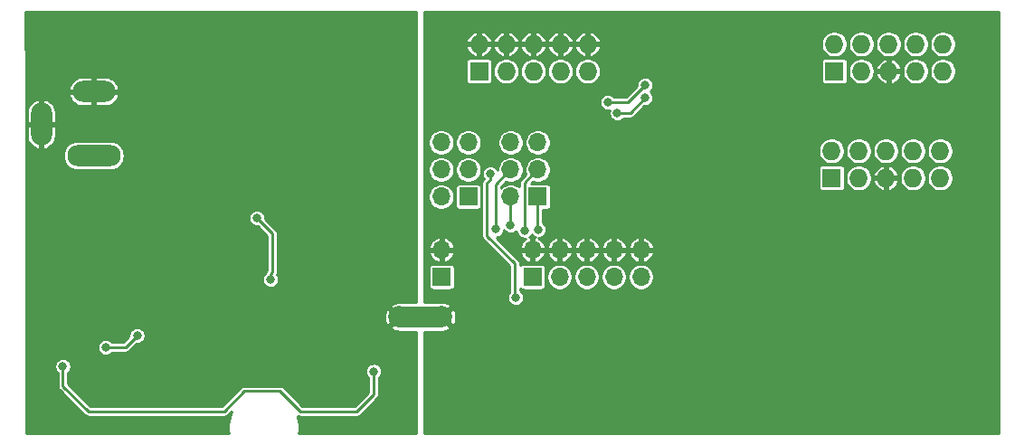
<source format=gbl>
G04 #@! TF.GenerationSoftware,KiCad,Pcbnew,5.1.8-5.1.8*
G04 #@! TF.CreationDate,2021-01-07T16:38:59+01:00*
G04 #@! TF.ProjectId,gpsdo-connector,67707364-6f2d-4636-9f6e-6e6563746f72,rev?*
G04 #@! TF.SameCoordinates,PX7ed6b40PY5742de0*
G04 #@! TF.FileFunction,Copper,L2,Bot*
G04 #@! TF.FilePolarity,Positive*
%FSLAX46Y46*%
G04 Gerber Fmt 4.6, Leading zero omitted, Abs format (unit mm)*
G04 Created by KiCad (PCBNEW 5.1.8-5.1.8) date 2021-01-07 16:38:59*
%MOMM*%
%LPD*%
G01*
G04 APERTURE LIST*
G04 #@! TA.AperFunction,EtchedComponent*
%ADD10C,0.100000*%
G04 #@! TD*
G04 #@! TA.AperFunction,ComponentPad*
%ADD11O,1.727200X1.727200*%
G04 #@! TD*
G04 #@! TA.AperFunction,ComponentPad*
%ADD12R,1.727200X1.727200*%
G04 #@! TD*
G04 #@! TA.AperFunction,ComponentPad*
%ADD13O,1.700000X1.700000*%
G04 #@! TD*
G04 #@! TA.AperFunction,ComponentPad*
%ADD14R,1.700000X1.700000*%
G04 #@! TD*
G04 #@! TA.AperFunction,ComponentPad*
%ADD15O,4.000000X2.000000*%
G04 #@! TD*
G04 #@! TA.AperFunction,ComponentPad*
%ADD16O,2.000000X4.000000*%
G04 #@! TD*
G04 #@! TA.AperFunction,ComponentPad*
%ADD17O,5.000000X2.000000*%
G04 #@! TD*
G04 #@! TA.AperFunction,SMDPad,CuDef*
%ADD18C,2.000000*%
G04 #@! TD*
G04 #@! TA.AperFunction,ViaPad*
%ADD19C,0.800000*%
G04 #@! TD*
G04 #@! TA.AperFunction,Conductor*
%ADD20C,0.250000*%
G04 #@! TD*
G04 #@! TA.AperFunction,Conductor*
%ADD21C,0.200000*%
G04 #@! TD*
G04 #@! TA.AperFunction,Conductor*
%ADD22C,0.100000*%
G04 #@! TD*
G04 APERTURE END LIST*
D10*
G36*
X42250000Y-28000000D02*
G01*
X38250000Y-28000000D01*
X38250000Y-30000000D01*
X42250000Y-30000000D01*
X42250000Y-28000000D01*
G37*
D11*
X55910000Y-3460000D03*
X55910000Y-6000000D03*
X53370000Y-3460000D03*
X53370000Y-6000000D03*
X50830000Y-3460000D03*
X50830000Y-6000000D03*
X48290000Y-3460000D03*
X48290000Y-6000000D03*
X45750000Y-3460000D03*
D12*
X45750000Y-6000000D03*
D13*
X60910000Y-22710000D03*
X60910000Y-25250000D03*
X58370000Y-22710000D03*
X58370000Y-25250000D03*
X55830000Y-22710000D03*
X55830000Y-25250000D03*
X53290000Y-22710000D03*
X53290000Y-25250000D03*
X50750000Y-22710000D03*
D14*
X50750000Y-25250000D03*
D13*
X48710000Y-12670000D03*
X51250000Y-12670000D03*
X48710000Y-15210000D03*
X51250000Y-15210000D03*
X48710000Y-17750000D03*
D14*
X51250000Y-17750000D03*
D11*
X88910000Y-13460000D03*
X88910000Y-16000000D03*
X86370000Y-13460000D03*
X86370000Y-16000000D03*
X83830000Y-13460000D03*
X83830000Y-16000000D03*
X81290000Y-13460000D03*
X81290000Y-16000000D03*
X78750000Y-13460000D03*
D12*
X78750000Y-16000000D03*
D15*
X9700000Y-7900000D03*
D16*
X4800000Y-10950000D03*
D17*
X9700000Y-13900000D03*
D13*
X42210000Y-12670000D03*
X44750000Y-12670000D03*
X42210000Y-15210000D03*
X44750000Y-15210000D03*
X42210000Y-17750000D03*
D14*
X44750000Y-17750000D03*
D11*
X89160000Y-3460000D03*
X89160000Y-6000000D03*
X86620000Y-3460000D03*
X86620000Y-6000000D03*
X84080000Y-3460000D03*
X84080000Y-6000000D03*
X81540000Y-3460000D03*
X81540000Y-6000000D03*
X79000000Y-3460000D03*
D12*
X79000000Y-6000000D03*
D13*
X42250000Y-22710000D03*
D14*
X42250000Y-25250000D03*
D18*
X38250000Y-29000000D03*
X42250000Y-29000000D03*
D19*
X35900000Y-34100000D03*
X6800000Y-33650000D03*
X39500000Y-29000000D03*
X38500000Y-29500000D03*
X38500000Y-28500000D03*
X16500000Y-23300000D03*
X18700000Y-21900000D03*
X17600000Y-21900000D03*
X16500000Y-21900000D03*
X18700000Y-23300000D03*
X17600000Y-23300000D03*
X25750000Y-16400000D03*
X25750000Y-17400000D03*
X24750000Y-16400000D03*
X24750000Y-17400000D03*
X25650000Y-13900000D03*
X25650000Y-14900000D03*
X24650000Y-13900000D03*
X24650000Y-14900000D03*
X22700000Y-24500000D03*
X23700000Y-24500000D03*
X24700000Y-24500000D03*
X25600000Y-24500000D03*
X38900000Y-34000000D03*
X38900000Y-38200000D03*
X28600000Y-25500000D03*
X30600000Y-25500000D03*
X32600000Y-25500000D03*
X28600000Y-27500000D03*
X30600000Y-27500000D03*
X32600000Y-27500000D03*
X28600000Y-29500000D03*
X30600000Y-29500000D03*
X32600000Y-29500000D03*
X28600000Y-31500000D03*
X30600000Y-31500000D03*
X32600000Y-31500000D03*
X38900000Y-12700000D03*
X38900000Y-14200000D03*
X38900000Y-15700000D03*
X38900000Y-17200000D03*
X38900000Y-18700000D03*
X38900000Y-20200000D03*
X38900000Y-21700000D03*
X24950000Y-19750000D03*
X26249995Y-25499995D03*
X13750004Y-30750000D03*
X10799996Y-31850000D03*
X41500000Y-34000000D03*
X79850000Y-23650000D03*
X79849999Y-28050000D03*
X67456765Y-29479612D03*
X65000000Y-37000000D03*
X74250012Y-39050000D03*
X68749998Y-38000010D03*
X70750000Y-32249994D03*
X43500000Y-34000000D03*
X45500000Y-34000000D03*
X47500000Y-34000000D03*
X49500000Y-34000000D03*
X51500000Y-34000000D03*
X53500000Y-34000000D03*
X55500000Y-34000000D03*
X57500000Y-34000000D03*
X42500000Y-38500000D03*
X44500000Y-38500000D03*
X46500000Y-38500000D03*
X48500000Y-38500000D03*
X50500000Y-38500000D03*
X52500000Y-38500000D03*
X54500000Y-38500000D03*
X56500000Y-38500000D03*
X58500000Y-38500000D03*
X47300000Y-20800000D03*
X50000000Y-20900000D03*
X48700004Y-20400000D03*
X51299996Y-20825032D03*
X57800000Y-8900000D03*
X61300000Y-7300000D03*
X58700000Y-9900000D03*
X61300000Y-8500000D03*
X46800000Y-15600000D03*
X49200000Y-27200000D03*
D20*
X23800000Y-35950000D02*
X21900000Y-37850000D01*
X29021002Y-37850000D02*
X27121002Y-35950000D01*
X27121002Y-35950000D02*
X23800000Y-35950000D01*
X34300000Y-37850000D02*
X29021002Y-37850000D01*
X35900000Y-34100000D02*
X35900000Y-36250000D01*
X35900000Y-36250000D02*
X34300000Y-37850000D01*
X21900000Y-37850000D02*
X9200000Y-37850000D01*
X9200000Y-37850000D02*
X6800000Y-35450000D01*
X6800000Y-35450000D02*
X6800000Y-33650000D01*
X26400000Y-24850000D02*
X26250000Y-25000000D01*
X26250000Y-25000000D02*
X26250000Y-25499990D01*
X24950000Y-19750000D02*
X26400000Y-21200000D01*
X26250000Y-25499990D02*
X26249995Y-25499995D01*
X26400000Y-21200000D02*
X26400000Y-24850000D01*
X11365681Y-31850000D02*
X10799996Y-31850000D01*
X12650004Y-31850000D02*
X11365681Y-31850000D01*
X13750004Y-30750000D02*
X12650004Y-31850000D01*
D21*
X42250000Y-29000000D02*
X43400000Y-27850000D01*
D20*
X47300000Y-16620000D02*
X48710000Y-15210000D01*
X47300000Y-20800000D02*
X47300000Y-16620000D01*
X50000000Y-16460000D02*
X51250000Y-15210000D01*
X50000000Y-20900000D02*
X50000000Y-16460000D01*
X48750000Y-17790000D02*
X48710000Y-17750000D01*
X48700004Y-17759996D02*
X48710000Y-17750000D01*
X48700004Y-20400000D02*
X48700004Y-17759996D01*
X51250000Y-20775036D02*
X51299996Y-20825032D01*
X51250000Y-17750000D02*
X51250000Y-20775036D01*
X57800000Y-8900000D02*
X59700000Y-8900000D01*
X59700000Y-8900000D02*
X61300000Y-7300000D01*
X58700000Y-9900000D02*
X59265685Y-9900000D01*
X59265685Y-9900000D02*
X59900000Y-9900000D01*
X59900000Y-9900000D02*
X61300000Y-8500000D01*
X46800000Y-16165685D02*
X46500000Y-16465685D01*
X46800000Y-15600000D02*
X46800000Y-16165685D01*
X46500000Y-16465685D02*
X46500000Y-21400000D01*
X46500000Y-21400000D02*
X49100000Y-24000000D01*
X49100000Y-24000000D02*
X49100000Y-27100000D01*
X49100000Y-27100000D02*
X49200000Y-27200000D01*
X39875000Y-27625000D02*
X38282220Y-27625000D01*
X38179117Y-27620166D01*
X37911286Y-27660508D01*
X37656473Y-27752326D01*
X37542342Y-27813330D01*
X37432003Y-28005226D01*
X37875000Y-28448223D01*
X37875000Y-28801777D01*
X37255226Y-28182003D01*
X37063330Y-28292342D01*
X36948074Y-28537448D01*
X36882851Y-28800329D01*
X36870166Y-29070883D01*
X36910508Y-29338714D01*
X37002326Y-29593527D01*
X37063330Y-29707658D01*
X37255226Y-29817997D01*
X37875000Y-29198223D01*
X37875000Y-29551777D01*
X37432003Y-29994774D01*
X37542342Y-30186670D01*
X37787448Y-30301926D01*
X38050329Y-30367149D01*
X38320883Y-30379834D01*
X38352976Y-30375000D01*
X39875000Y-30375000D01*
X39875000Y-39875000D01*
X28885712Y-39875000D01*
X28925000Y-39677484D01*
X28925000Y-39022516D01*
X28797222Y-38380133D01*
X28753171Y-38273785D01*
X28828735Y-38314175D01*
X28922985Y-38342765D01*
X29021002Y-38352419D01*
X29045562Y-38350000D01*
X34275440Y-38350000D01*
X34300000Y-38352419D01*
X34324560Y-38350000D01*
X34398017Y-38342765D01*
X34492267Y-38314175D01*
X34579129Y-38267746D01*
X34655264Y-38205264D01*
X34670929Y-38186176D01*
X36236187Y-36620920D01*
X36255264Y-36605264D01*
X36317746Y-36529129D01*
X36364175Y-36442267D01*
X36392765Y-36348017D01*
X36400000Y-36274560D01*
X36402419Y-36250000D01*
X36400000Y-36225440D01*
X36400000Y-34696016D01*
X36501982Y-34594034D01*
X36586796Y-34467100D01*
X36645217Y-34326059D01*
X36675000Y-34176331D01*
X36675000Y-34023669D01*
X36645217Y-33873941D01*
X36586796Y-33732900D01*
X36501982Y-33605966D01*
X36394034Y-33498018D01*
X36267100Y-33413204D01*
X36126059Y-33354783D01*
X35976331Y-33325000D01*
X35823669Y-33325000D01*
X35673941Y-33354783D01*
X35532900Y-33413204D01*
X35405966Y-33498018D01*
X35298018Y-33605966D01*
X35213204Y-33732900D01*
X35154783Y-33873941D01*
X35125000Y-34023669D01*
X35125000Y-34176331D01*
X35154783Y-34326059D01*
X35213204Y-34467100D01*
X35298018Y-34594034D01*
X35400000Y-34696016D01*
X35400001Y-36042892D01*
X34092895Y-37350000D01*
X29228109Y-37350000D01*
X27491931Y-35613824D01*
X27476266Y-35594736D01*
X27400131Y-35532254D01*
X27313269Y-35485825D01*
X27219019Y-35457235D01*
X27145562Y-35450000D01*
X27121002Y-35447581D01*
X27096442Y-35450000D01*
X23824560Y-35450000D01*
X23800000Y-35447581D01*
X23775440Y-35450000D01*
X23701983Y-35457235D01*
X23607733Y-35485825D01*
X23520871Y-35532254D01*
X23444736Y-35594736D01*
X23429080Y-35613813D01*
X21692895Y-37350000D01*
X9407107Y-37350000D01*
X7300000Y-35242895D01*
X7300000Y-34246016D01*
X7401982Y-34144034D01*
X7486796Y-34017100D01*
X7545217Y-33876059D01*
X7575000Y-33726331D01*
X7575000Y-33573669D01*
X7545217Y-33423941D01*
X7486796Y-33282900D01*
X7401982Y-33155966D01*
X7294034Y-33048018D01*
X7167100Y-32963204D01*
X7026059Y-32904783D01*
X6876331Y-32875000D01*
X6723669Y-32875000D01*
X6573941Y-32904783D01*
X6432900Y-32963204D01*
X6305966Y-33048018D01*
X6198018Y-33155966D01*
X6113204Y-33282900D01*
X6054783Y-33423941D01*
X6025000Y-33573669D01*
X6025000Y-33726331D01*
X6054783Y-33876059D01*
X6113204Y-34017100D01*
X6198018Y-34144034D01*
X6300001Y-34246017D01*
X6300000Y-35425440D01*
X6297581Y-35450000D01*
X6305683Y-35532255D01*
X6307235Y-35548016D01*
X6335825Y-35642266D01*
X6382254Y-35729129D01*
X6444736Y-35805264D01*
X6463824Y-35820929D01*
X8829080Y-38186187D01*
X8844736Y-38205264D01*
X8920871Y-38267746D01*
X9007733Y-38314175D01*
X9101983Y-38342765D01*
X9200000Y-38352419D01*
X9224560Y-38350000D01*
X21875440Y-38350000D01*
X21900000Y-38352419D01*
X21924560Y-38350000D01*
X21998017Y-38342765D01*
X22092267Y-38314175D01*
X22179129Y-38267746D01*
X22255264Y-38205264D01*
X22270929Y-38186176D01*
X22633157Y-37823948D01*
X22402778Y-38380133D01*
X22275000Y-39022516D01*
X22275000Y-39677484D01*
X22314288Y-39875000D01*
X3375000Y-39875000D01*
X3375000Y-31773669D01*
X10024996Y-31773669D01*
X10024996Y-31926331D01*
X10054779Y-32076059D01*
X10113200Y-32217100D01*
X10198014Y-32344034D01*
X10305962Y-32451982D01*
X10432896Y-32536796D01*
X10573937Y-32595217D01*
X10723665Y-32625000D01*
X10876327Y-32625000D01*
X11026055Y-32595217D01*
X11167096Y-32536796D01*
X11294030Y-32451982D01*
X11396012Y-32350000D01*
X12625444Y-32350000D01*
X12650004Y-32352419D01*
X12674564Y-32350000D01*
X12748021Y-32342765D01*
X12842271Y-32314175D01*
X12929133Y-32267746D01*
X13005268Y-32205264D01*
X13020933Y-32186176D01*
X13682110Y-31525000D01*
X13826335Y-31525000D01*
X13976063Y-31495217D01*
X14117104Y-31436796D01*
X14244038Y-31351982D01*
X14351986Y-31244034D01*
X14436800Y-31117100D01*
X14495221Y-30976059D01*
X14525004Y-30826331D01*
X14525004Y-30673669D01*
X14495221Y-30523941D01*
X14436800Y-30382900D01*
X14351986Y-30255966D01*
X14244038Y-30148018D01*
X14117104Y-30063204D01*
X13976063Y-30004783D01*
X13826335Y-29975000D01*
X13673673Y-29975000D01*
X13523945Y-30004783D01*
X13382904Y-30063204D01*
X13255970Y-30148018D01*
X13148022Y-30255966D01*
X13063208Y-30382900D01*
X13004787Y-30523941D01*
X12975004Y-30673669D01*
X12975004Y-30817894D01*
X12442899Y-31350000D01*
X11396012Y-31350000D01*
X11294030Y-31248018D01*
X11167096Y-31163204D01*
X11026055Y-31104783D01*
X10876327Y-31075000D01*
X10723665Y-31075000D01*
X10573937Y-31104783D01*
X10432896Y-31163204D01*
X10305962Y-31248018D01*
X10198014Y-31355966D01*
X10113200Y-31482900D01*
X10054779Y-31623941D01*
X10024996Y-31773669D01*
X3375000Y-31773669D01*
X3375000Y-19673669D01*
X24175000Y-19673669D01*
X24175000Y-19826331D01*
X24204783Y-19976059D01*
X24263204Y-20117100D01*
X24348018Y-20244034D01*
X24455966Y-20351982D01*
X24582900Y-20436796D01*
X24723941Y-20495217D01*
X24873669Y-20525000D01*
X25017894Y-20525000D01*
X25900000Y-21407107D01*
X25900001Y-24640415D01*
X25894736Y-24644736D01*
X25832254Y-24720871D01*
X25785825Y-24807734D01*
X25773004Y-24850001D01*
X25759069Y-24895936D01*
X25755961Y-24898013D01*
X25648013Y-25005961D01*
X25563199Y-25132895D01*
X25504778Y-25273936D01*
X25474995Y-25423664D01*
X25474995Y-25576326D01*
X25504778Y-25726054D01*
X25563199Y-25867095D01*
X25648013Y-25994029D01*
X25755961Y-26101977D01*
X25882895Y-26186791D01*
X26023936Y-26245212D01*
X26173664Y-26274995D01*
X26326326Y-26274995D01*
X26476054Y-26245212D01*
X26617095Y-26186791D01*
X26744029Y-26101977D01*
X26851977Y-25994029D01*
X26936791Y-25867095D01*
X26995212Y-25726054D01*
X27024995Y-25576326D01*
X27024995Y-25423664D01*
X26995212Y-25273936D01*
X26936791Y-25132895D01*
X26867941Y-25029853D01*
X26892765Y-24948017D01*
X26900000Y-24874560D01*
X26902419Y-24850001D01*
X26900000Y-24825441D01*
X26900000Y-21224560D01*
X26902419Y-21200000D01*
X26892765Y-21101983D01*
X26864175Y-21007734D01*
X26864175Y-21007733D01*
X26817746Y-20920871D01*
X26755264Y-20844736D01*
X26736187Y-20829080D01*
X25725000Y-19817894D01*
X25725000Y-19673669D01*
X25695217Y-19523941D01*
X25636796Y-19382900D01*
X25551982Y-19255966D01*
X25444034Y-19148018D01*
X25317100Y-19063204D01*
X25176059Y-19004783D01*
X25026331Y-18975000D01*
X24873669Y-18975000D01*
X24723941Y-19004783D01*
X24582900Y-19063204D01*
X24455966Y-19148018D01*
X24348018Y-19255966D01*
X24263204Y-19382900D01*
X24204783Y-19523941D01*
X24175000Y-19673669D01*
X3375000Y-19673669D01*
X3375000Y-15900000D01*
X3374999Y-15899607D01*
X3368712Y-13900000D01*
X6818347Y-13900000D01*
X6844895Y-14169547D01*
X6923519Y-14428736D01*
X7051198Y-14667605D01*
X7223024Y-14876976D01*
X7432395Y-15048802D01*
X7671264Y-15176481D01*
X7930453Y-15255105D01*
X8132451Y-15275000D01*
X11267549Y-15275000D01*
X11469547Y-15255105D01*
X11728736Y-15176481D01*
X11967605Y-15048802D01*
X12176976Y-14876976D01*
X12348802Y-14667605D01*
X12476481Y-14428736D01*
X12555105Y-14169547D01*
X12581653Y-13900000D01*
X12555105Y-13630453D01*
X12476481Y-13371264D01*
X12348802Y-13132395D01*
X12176976Y-12923024D01*
X11967605Y-12751198D01*
X11728736Y-12623519D01*
X11469547Y-12544895D01*
X11267549Y-12525000D01*
X8132451Y-12525000D01*
X7930453Y-12544895D01*
X7671264Y-12623519D01*
X7432395Y-12751198D01*
X7223024Y-12923024D01*
X7051198Y-13132395D01*
X6923519Y-13371264D01*
X6844895Y-13630453D01*
X6818347Y-13900000D01*
X3368712Y-13900000D01*
X3359828Y-11075000D01*
X3425000Y-11075000D01*
X3425000Y-12075000D01*
X3475807Y-12340847D01*
X3577501Y-12591674D01*
X3726175Y-12817842D01*
X3916116Y-13010660D01*
X4140024Y-13162717D01*
X4389295Y-13268170D01*
X4462332Y-13282893D01*
X4675000Y-13225138D01*
X4675000Y-11075000D01*
X4925000Y-11075000D01*
X4925000Y-13225138D01*
X5137668Y-13282893D01*
X5210705Y-13268170D01*
X5459976Y-13162717D01*
X5683884Y-13010660D01*
X5873825Y-12817842D01*
X6022499Y-12591674D01*
X6124193Y-12340847D01*
X6175000Y-12075000D01*
X6175000Y-11075000D01*
X4925000Y-11075000D01*
X4675000Y-11075000D01*
X3425000Y-11075000D01*
X3359828Y-11075000D01*
X3355898Y-9825000D01*
X3425000Y-9825000D01*
X3425000Y-10825000D01*
X4675000Y-10825000D01*
X4675000Y-8674862D01*
X4925000Y-8674862D01*
X4925000Y-10825000D01*
X6175000Y-10825000D01*
X6175000Y-9825000D01*
X6124193Y-9559153D01*
X6022499Y-9308326D01*
X5873825Y-9082158D01*
X5683884Y-8889340D01*
X5459976Y-8737283D01*
X5210705Y-8631830D01*
X5137668Y-8617107D01*
X4925000Y-8674862D01*
X4675000Y-8674862D01*
X4462332Y-8617107D01*
X4389295Y-8631830D01*
X4140024Y-8737283D01*
X3916116Y-8889340D01*
X3726175Y-9082158D01*
X3577501Y-9308326D01*
X3475807Y-9559153D01*
X3425000Y-9825000D01*
X3355898Y-9825000D01*
X3350907Y-8237668D01*
X7367107Y-8237668D01*
X7381830Y-8310705D01*
X7487283Y-8559976D01*
X7639340Y-8783884D01*
X7832158Y-8973825D01*
X8058326Y-9122499D01*
X8309153Y-9224193D01*
X8575000Y-9275000D01*
X9575000Y-9275000D01*
X9575000Y-8025000D01*
X9825000Y-8025000D01*
X9825000Y-9275000D01*
X10825000Y-9275000D01*
X11090847Y-9224193D01*
X11341674Y-9122499D01*
X11567842Y-8973825D01*
X11760660Y-8783884D01*
X11912717Y-8559976D01*
X12018170Y-8310705D01*
X12032893Y-8237668D01*
X11975138Y-8025000D01*
X9825000Y-8025000D01*
X9575000Y-8025000D01*
X7424862Y-8025000D01*
X7367107Y-8237668D01*
X3350907Y-8237668D01*
X3348784Y-7562332D01*
X7367107Y-7562332D01*
X7424862Y-7775000D01*
X9575000Y-7775000D01*
X9575000Y-6525000D01*
X9825000Y-6525000D01*
X9825000Y-7775000D01*
X11975138Y-7775000D01*
X12032893Y-7562332D01*
X12018170Y-7489295D01*
X11912717Y-7240024D01*
X11760660Y-7016116D01*
X11567842Y-6826175D01*
X11341674Y-6677501D01*
X11090847Y-6575807D01*
X10825000Y-6525000D01*
X9825000Y-6525000D01*
X9575000Y-6525000D01*
X8575000Y-6525000D01*
X8309153Y-6575807D01*
X8058326Y-6677501D01*
X7832158Y-6826175D01*
X7639340Y-7016116D01*
X7487283Y-7240024D01*
X7381830Y-7489295D01*
X7367107Y-7562332D01*
X3348784Y-7562332D01*
X3326258Y-400000D01*
X39875000Y-400000D01*
X39875000Y-27625000D01*
G04 #@! TA.AperFunction,Conductor*
D22*
G36*
X39875000Y-27625000D02*
G01*
X38282220Y-27625000D01*
X38179117Y-27620166D01*
X37911286Y-27660508D01*
X37656473Y-27752326D01*
X37542342Y-27813330D01*
X37432003Y-28005226D01*
X37875000Y-28448223D01*
X37875000Y-28801777D01*
X37255226Y-28182003D01*
X37063330Y-28292342D01*
X36948074Y-28537448D01*
X36882851Y-28800329D01*
X36870166Y-29070883D01*
X36910508Y-29338714D01*
X37002326Y-29593527D01*
X37063330Y-29707658D01*
X37255226Y-29817997D01*
X37875000Y-29198223D01*
X37875000Y-29551777D01*
X37432003Y-29994774D01*
X37542342Y-30186670D01*
X37787448Y-30301926D01*
X38050329Y-30367149D01*
X38320883Y-30379834D01*
X38352976Y-30375000D01*
X39875000Y-30375000D01*
X39875000Y-39875000D01*
X28885712Y-39875000D01*
X28925000Y-39677484D01*
X28925000Y-39022516D01*
X28797222Y-38380133D01*
X28753171Y-38273785D01*
X28828735Y-38314175D01*
X28922985Y-38342765D01*
X29021002Y-38352419D01*
X29045562Y-38350000D01*
X34275440Y-38350000D01*
X34300000Y-38352419D01*
X34324560Y-38350000D01*
X34398017Y-38342765D01*
X34492267Y-38314175D01*
X34579129Y-38267746D01*
X34655264Y-38205264D01*
X34670929Y-38186176D01*
X36236187Y-36620920D01*
X36255264Y-36605264D01*
X36317746Y-36529129D01*
X36364175Y-36442267D01*
X36392765Y-36348017D01*
X36400000Y-36274560D01*
X36402419Y-36250000D01*
X36400000Y-36225440D01*
X36400000Y-34696016D01*
X36501982Y-34594034D01*
X36586796Y-34467100D01*
X36645217Y-34326059D01*
X36675000Y-34176331D01*
X36675000Y-34023669D01*
X36645217Y-33873941D01*
X36586796Y-33732900D01*
X36501982Y-33605966D01*
X36394034Y-33498018D01*
X36267100Y-33413204D01*
X36126059Y-33354783D01*
X35976331Y-33325000D01*
X35823669Y-33325000D01*
X35673941Y-33354783D01*
X35532900Y-33413204D01*
X35405966Y-33498018D01*
X35298018Y-33605966D01*
X35213204Y-33732900D01*
X35154783Y-33873941D01*
X35125000Y-34023669D01*
X35125000Y-34176331D01*
X35154783Y-34326059D01*
X35213204Y-34467100D01*
X35298018Y-34594034D01*
X35400000Y-34696016D01*
X35400001Y-36042892D01*
X34092895Y-37350000D01*
X29228109Y-37350000D01*
X27491931Y-35613824D01*
X27476266Y-35594736D01*
X27400131Y-35532254D01*
X27313269Y-35485825D01*
X27219019Y-35457235D01*
X27145562Y-35450000D01*
X27121002Y-35447581D01*
X27096442Y-35450000D01*
X23824560Y-35450000D01*
X23800000Y-35447581D01*
X23775440Y-35450000D01*
X23701983Y-35457235D01*
X23607733Y-35485825D01*
X23520871Y-35532254D01*
X23444736Y-35594736D01*
X23429080Y-35613813D01*
X21692895Y-37350000D01*
X9407107Y-37350000D01*
X7300000Y-35242895D01*
X7300000Y-34246016D01*
X7401982Y-34144034D01*
X7486796Y-34017100D01*
X7545217Y-33876059D01*
X7575000Y-33726331D01*
X7575000Y-33573669D01*
X7545217Y-33423941D01*
X7486796Y-33282900D01*
X7401982Y-33155966D01*
X7294034Y-33048018D01*
X7167100Y-32963204D01*
X7026059Y-32904783D01*
X6876331Y-32875000D01*
X6723669Y-32875000D01*
X6573941Y-32904783D01*
X6432900Y-32963204D01*
X6305966Y-33048018D01*
X6198018Y-33155966D01*
X6113204Y-33282900D01*
X6054783Y-33423941D01*
X6025000Y-33573669D01*
X6025000Y-33726331D01*
X6054783Y-33876059D01*
X6113204Y-34017100D01*
X6198018Y-34144034D01*
X6300001Y-34246017D01*
X6300000Y-35425440D01*
X6297581Y-35450000D01*
X6305683Y-35532255D01*
X6307235Y-35548016D01*
X6335825Y-35642266D01*
X6382254Y-35729129D01*
X6444736Y-35805264D01*
X6463824Y-35820929D01*
X8829080Y-38186187D01*
X8844736Y-38205264D01*
X8920871Y-38267746D01*
X9007733Y-38314175D01*
X9101983Y-38342765D01*
X9200000Y-38352419D01*
X9224560Y-38350000D01*
X21875440Y-38350000D01*
X21900000Y-38352419D01*
X21924560Y-38350000D01*
X21998017Y-38342765D01*
X22092267Y-38314175D01*
X22179129Y-38267746D01*
X22255264Y-38205264D01*
X22270929Y-38186176D01*
X22633157Y-37823948D01*
X22402778Y-38380133D01*
X22275000Y-39022516D01*
X22275000Y-39677484D01*
X22314288Y-39875000D01*
X3375000Y-39875000D01*
X3375000Y-31773669D01*
X10024996Y-31773669D01*
X10024996Y-31926331D01*
X10054779Y-32076059D01*
X10113200Y-32217100D01*
X10198014Y-32344034D01*
X10305962Y-32451982D01*
X10432896Y-32536796D01*
X10573937Y-32595217D01*
X10723665Y-32625000D01*
X10876327Y-32625000D01*
X11026055Y-32595217D01*
X11167096Y-32536796D01*
X11294030Y-32451982D01*
X11396012Y-32350000D01*
X12625444Y-32350000D01*
X12650004Y-32352419D01*
X12674564Y-32350000D01*
X12748021Y-32342765D01*
X12842271Y-32314175D01*
X12929133Y-32267746D01*
X13005268Y-32205264D01*
X13020933Y-32186176D01*
X13682110Y-31525000D01*
X13826335Y-31525000D01*
X13976063Y-31495217D01*
X14117104Y-31436796D01*
X14244038Y-31351982D01*
X14351986Y-31244034D01*
X14436800Y-31117100D01*
X14495221Y-30976059D01*
X14525004Y-30826331D01*
X14525004Y-30673669D01*
X14495221Y-30523941D01*
X14436800Y-30382900D01*
X14351986Y-30255966D01*
X14244038Y-30148018D01*
X14117104Y-30063204D01*
X13976063Y-30004783D01*
X13826335Y-29975000D01*
X13673673Y-29975000D01*
X13523945Y-30004783D01*
X13382904Y-30063204D01*
X13255970Y-30148018D01*
X13148022Y-30255966D01*
X13063208Y-30382900D01*
X13004787Y-30523941D01*
X12975004Y-30673669D01*
X12975004Y-30817894D01*
X12442899Y-31350000D01*
X11396012Y-31350000D01*
X11294030Y-31248018D01*
X11167096Y-31163204D01*
X11026055Y-31104783D01*
X10876327Y-31075000D01*
X10723665Y-31075000D01*
X10573937Y-31104783D01*
X10432896Y-31163204D01*
X10305962Y-31248018D01*
X10198014Y-31355966D01*
X10113200Y-31482900D01*
X10054779Y-31623941D01*
X10024996Y-31773669D01*
X3375000Y-31773669D01*
X3375000Y-19673669D01*
X24175000Y-19673669D01*
X24175000Y-19826331D01*
X24204783Y-19976059D01*
X24263204Y-20117100D01*
X24348018Y-20244034D01*
X24455966Y-20351982D01*
X24582900Y-20436796D01*
X24723941Y-20495217D01*
X24873669Y-20525000D01*
X25017894Y-20525000D01*
X25900000Y-21407107D01*
X25900001Y-24640415D01*
X25894736Y-24644736D01*
X25832254Y-24720871D01*
X25785825Y-24807734D01*
X25773004Y-24850001D01*
X25759069Y-24895936D01*
X25755961Y-24898013D01*
X25648013Y-25005961D01*
X25563199Y-25132895D01*
X25504778Y-25273936D01*
X25474995Y-25423664D01*
X25474995Y-25576326D01*
X25504778Y-25726054D01*
X25563199Y-25867095D01*
X25648013Y-25994029D01*
X25755961Y-26101977D01*
X25882895Y-26186791D01*
X26023936Y-26245212D01*
X26173664Y-26274995D01*
X26326326Y-26274995D01*
X26476054Y-26245212D01*
X26617095Y-26186791D01*
X26744029Y-26101977D01*
X26851977Y-25994029D01*
X26936791Y-25867095D01*
X26995212Y-25726054D01*
X27024995Y-25576326D01*
X27024995Y-25423664D01*
X26995212Y-25273936D01*
X26936791Y-25132895D01*
X26867941Y-25029853D01*
X26892765Y-24948017D01*
X26900000Y-24874560D01*
X26902419Y-24850001D01*
X26900000Y-24825441D01*
X26900000Y-21224560D01*
X26902419Y-21200000D01*
X26892765Y-21101983D01*
X26864175Y-21007734D01*
X26864175Y-21007733D01*
X26817746Y-20920871D01*
X26755264Y-20844736D01*
X26736187Y-20829080D01*
X25725000Y-19817894D01*
X25725000Y-19673669D01*
X25695217Y-19523941D01*
X25636796Y-19382900D01*
X25551982Y-19255966D01*
X25444034Y-19148018D01*
X25317100Y-19063204D01*
X25176059Y-19004783D01*
X25026331Y-18975000D01*
X24873669Y-18975000D01*
X24723941Y-19004783D01*
X24582900Y-19063204D01*
X24455966Y-19148018D01*
X24348018Y-19255966D01*
X24263204Y-19382900D01*
X24204783Y-19523941D01*
X24175000Y-19673669D01*
X3375000Y-19673669D01*
X3375000Y-15900000D01*
X3374999Y-15899607D01*
X3368712Y-13900000D01*
X6818347Y-13900000D01*
X6844895Y-14169547D01*
X6923519Y-14428736D01*
X7051198Y-14667605D01*
X7223024Y-14876976D01*
X7432395Y-15048802D01*
X7671264Y-15176481D01*
X7930453Y-15255105D01*
X8132451Y-15275000D01*
X11267549Y-15275000D01*
X11469547Y-15255105D01*
X11728736Y-15176481D01*
X11967605Y-15048802D01*
X12176976Y-14876976D01*
X12348802Y-14667605D01*
X12476481Y-14428736D01*
X12555105Y-14169547D01*
X12581653Y-13900000D01*
X12555105Y-13630453D01*
X12476481Y-13371264D01*
X12348802Y-13132395D01*
X12176976Y-12923024D01*
X11967605Y-12751198D01*
X11728736Y-12623519D01*
X11469547Y-12544895D01*
X11267549Y-12525000D01*
X8132451Y-12525000D01*
X7930453Y-12544895D01*
X7671264Y-12623519D01*
X7432395Y-12751198D01*
X7223024Y-12923024D01*
X7051198Y-13132395D01*
X6923519Y-13371264D01*
X6844895Y-13630453D01*
X6818347Y-13900000D01*
X3368712Y-13900000D01*
X3359828Y-11075000D01*
X3425000Y-11075000D01*
X3425000Y-12075000D01*
X3475807Y-12340847D01*
X3577501Y-12591674D01*
X3726175Y-12817842D01*
X3916116Y-13010660D01*
X4140024Y-13162717D01*
X4389295Y-13268170D01*
X4462332Y-13282893D01*
X4675000Y-13225138D01*
X4675000Y-11075000D01*
X4925000Y-11075000D01*
X4925000Y-13225138D01*
X5137668Y-13282893D01*
X5210705Y-13268170D01*
X5459976Y-13162717D01*
X5683884Y-13010660D01*
X5873825Y-12817842D01*
X6022499Y-12591674D01*
X6124193Y-12340847D01*
X6175000Y-12075000D01*
X6175000Y-11075000D01*
X4925000Y-11075000D01*
X4675000Y-11075000D01*
X3425000Y-11075000D01*
X3359828Y-11075000D01*
X3355898Y-9825000D01*
X3425000Y-9825000D01*
X3425000Y-10825000D01*
X4675000Y-10825000D01*
X4675000Y-8674862D01*
X4925000Y-8674862D01*
X4925000Y-10825000D01*
X6175000Y-10825000D01*
X6175000Y-9825000D01*
X6124193Y-9559153D01*
X6022499Y-9308326D01*
X5873825Y-9082158D01*
X5683884Y-8889340D01*
X5459976Y-8737283D01*
X5210705Y-8631830D01*
X5137668Y-8617107D01*
X4925000Y-8674862D01*
X4675000Y-8674862D01*
X4462332Y-8617107D01*
X4389295Y-8631830D01*
X4140024Y-8737283D01*
X3916116Y-8889340D01*
X3726175Y-9082158D01*
X3577501Y-9308326D01*
X3475807Y-9559153D01*
X3425000Y-9825000D01*
X3355898Y-9825000D01*
X3350907Y-8237668D01*
X7367107Y-8237668D01*
X7381830Y-8310705D01*
X7487283Y-8559976D01*
X7639340Y-8783884D01*
X7832158Y-8973825D01*
X8058326Y-9122499D01*
X8309153Y-9224193D01*
X8575000Y-9275000D01*
X9575000Y-9275000D01*
X9575000Y-8025000D01*
X9825000Y-8025000D01*
X9825000Y-9275000D01*
X10825000Y-9275000D01*
X11090847Y-9224193D01*
X11341674Y-9122499D01*
X11567842Y-8973825D01*
X11760660Y-8783884D01*
X11912717Y-8559976D01*
X12018170Y-8310705D01*
X12032893Y-8237668D01*
X11975138Y-8025000D01*
X9825000Y-8025000D01*
X9575000Y-8025000D01*
X7424862Y-8025000D01*
X7367107Y-8237668D01*
X3350907Y-8237668D01*
X3348784Y-7562332D01*
X7367107Y-7562332D01*
X7424862Y-7775000D01*
X9575000Y-7775000D01*
X9575000Y-6525000D01*
X9825000Y-6525000D01*
X9825000Y-7775000D01*
X11975138Y-7775000D01*
X12032893Y-7562332D01*
X12018170Y-7489295D01*
X11912717Y-7240024D01*
X11760660Y-7016116D01*
X11567842Y-6826175D01*
X11341674Y-6677501D01*
X11090847Y-6575807D01*
X10825000Y-6525000D01*
X9825000Y-6525000D01*
X9575000Y-6525000D01*
X8575000Y-6525000D01*
X8309153Y-6575807D01*
X8058326Y-6677501D01*
X7832158Y-6826175D01*
X7639340Y-7016116D01*
X7487283Y-7240024D01*
X7381830Y-7489295D01*
X7367107Y-7562332D01*
X3348784Y-7562332D01*
X3326258Y-400000D01*
X39875000Y-400000D01*
X39875000Y-27625000D01*
G37*
G04 #@! TD.AperFunction*
D20*
X94375000Y-39875000D02*
X40625000Y-39875000D01*
X40625000Y-30375000D01*
X42217780Y-30375000D01*
X42320883Y-30379834D01*
X42588714Y-30339492D01*
X42843527Y-30247674D01*
X42957658Y-30186670D01*
X43067997Y-29994774D01*
X42625000Y-29551777D01*
X42625000Y-29198223D01*
X43244774Y-29817997D01*
X43436670Y-29707658D01*
X43551926Y-29462552D01*
X43617149Y-29199671D01*
X43629834Y-28929117D01*
X43589492Y-28661286D01*
X43497674Y-28406473D01*
X43436670Y-28292342D01*
X43244774Y-28182003D01*
X42625000Y-28801777D01*
X42625000Y-28448223D01*
X43067997Y-28005226D01*
X42957658Y-27813330D01*
X42712552Y-27698074D01*
X42449671Y-27632851D01*
X42179117Y-27620166D01*
X42147024Y-27625000D01*
X40625000Y-27625000D01*
X40625000Y-24400000D01*
X41023186Y-24400000D01*
X41023186Y-26100000D01*
X41030426Y-26173513D01*
X41051869Y-26244200D01*
X41086691Y-26309347D01*
X41133552Y-26366448D01*
X41190653Y-26413309D01*
X41255800Y-26448131D01*
X41326487Y-26469574D01*
X41400000Y-26476814D01*
X43100000Y-26476814D01*
X43173513Y-26469574D01*
X43244200Y-26448131D01*
X43309347Y-26413309D01*
X43366448Y-26366448D01*
X43413309Y-26309347D01*
X43448131Y-26244200D01*
X43469574Y-26173513D01*
X43476814Y-26100000D01*
X43476814Y-24400000D01*
X43469574Y-24326487D01*
X43448131Y-24255800D01*
X43413309Y-24190653D01*
X43366448Y-24133552D01*
X43309347Y-24086691D01*
X43244200Y-24051869D01*
X43173513Y-24030426D01*
X43100000Y-24023186D01*
X41400000Y-24023186D01*
X41326487Y-24030426D01*
X41255800Y-24051869D01*
X41190653Y-24086691D01*
X41133552Y-24133552D01*
X41086691Y-24190653D01*
X41051869Y-24255800D01*
X41030426Y-24326487D01*
X41023186Y-24400000D01*
X40625000Y-24400000D01*
X40625000Y-23024093D01*
X41065951Y-23024093D01*
X41090993Y-23106667D01*
X41190649Y-23325156D01*
X41331015Y-23520005D01*
X41506697Y-23683726D01*
X41710944Y-23810027D01*
X41935906Y-23894055D01*
X42125000Y-23834862D01*
X42125000Y-22835000D01*
X42375000Y-22835000D01*
X42375000Y-23834862D01*
X42564094Y-23894055D01*
X42789056Y-23810027D01*
X42993303Y-23683726D01*
X43168985Y-23520005D01*
X43309351Y-23325156D01*
X43409007Y-23106667D01*
X43434049Y-23024093D01*
X43374323Y-22835000D01*
X42375000Y-22835000D01*
X42125000Y-22835000D01*
X41125677Y-22835000D01*
X41065951Y-23024093D01*
X40625000Y-23024093D01*
X40625000Y-22395907D01*
X41065951Y-22395907D01*
X41125677Y-22585000D01*
X42125000Y-22585000D01*
X42125000Y-21585138D01*
X42375000Y-21585138D01*
X42375000Y-22585000D01*
X43374323Y-22585000D01*
X43434049Y-22395907D01*
X43409007Y-22313333D01*
X43309351Y-22094844D01*
X43168985Y-21899995D01*
X42993303Y-21736274D01*
X42789056Y-21609973D01*
X42564094Y-21525945D01*
X42375000Y-21585138D01*
X42125000Y-21585138D01*
X41935906Y-21525945D01*
X41710944Y-21609973D01*
X41506697Y-21736274D01*
X41331015Y-21899995D01*
X41190649Y-22094844D01*
X41090993Y-22313333D01*
X41065951Y-22395907D01*
X40625000Y-22395907D01*
X40625000Y-17629348D01*
X40985000Y-17629348D01*
X40985000Y-17870652D01*
X41032076Y-18107319D01*
X41124419Y-18330255D01*
X41258481Y-18530892D01*
X41429108Y-18701519D01*
X41629745Y-18835581D01*
X41852681Y-18927924D01*
X42089348Y-18975000D01*
X42330652Y-18975000D01*
X42567319Y-18927924D01*
X42790255Y-18835581D01*
X42990892Y-18701519D01*
X43161519Y-18530892D01*
X43295581Y-18330255D01*
X43387924Y-18107319D01*
X43435000Y-17870652D01*
X43435000Y-17629348D01*
X43387924Y-17392681D01*
X43295581Y-17169745D01*
X43161519Y-16969108D01*
X43092411Y-16900000D01*
X43523186Y-16900000D01*
X43523186Y-18600000D01*
X43530426Y-18673513D01*
X43551869Y-18744200D01*
X43586691Y-18809347D01*
X43633552Y-18866448D01*
X43690653Y-18913309D01*
X43755800Y-18948131D01*
X43826487Y-18969574D01*
X43900000Y-18976814D01*
X45600000Y-18976814D01*
X45673513Y-18969574D01*
X45744200Y-18948131D01*
X45809347Y-18913309D01*
X45866448Y-18866448D01*
X45913309Y-18809347D01*
X45948131Y-18744200D01*
X45969574Y-18673513D01*
X45976814Y-18600000D01*
X45976814Y-16900000D01*
X45969574Y-16826487D01*
X45948131Y-16755800D01*
X45913309Y-16690653D01*
X45866448Y-16633552D01*
X45809347Y-16586691D01*
X45744200Y-16551869D01*
X45673513Y-16530426D01*
X45600000Y-16523186D01*
X43900000Y-16523186D01*
X43826487Y-16530426D01*
X43755800Y-16551869D01*
X43690653Y-16586691D01*
X43633552Y-16633552D01*
X43586691Y-16690653D01*
X43551869Y-16755800D01*
X43530426Y-16826487D01*
X43523186Y-16900000D01*
X43092411Y-16900000D01*
X42990892Y-16798481D01*
X42790255Y-16664419D01*
X42567319Y-16572076D01*
X42330652Y-16525000D01*
X42089348Y-16525000D01*
X41852681Y-16572076D01*
X41629745Y-16664419D01*
X41429108Y-16798481D01*
X41258481Y-16969108D01*
X41124419Y-17169745D01*
X41032076Y-17392681D01*
X40985000Y-17629348D01*
X40625000Y-17629348D01*
X40625000Y-16465685D01*
X45997581Y-16465685D01*
X46000000Y-16490245D01*
X46000001Y-21375430D01*
X45997581Y-21400000D01*
X46007235Y-21498017D01*
X46029147Y-21570249D01*
X46035826Y-21592267D01*
X46082255Y-21679129D01*
X46144737Y-21755264D01*
X46163819Y-21770924D01*
X48600000Y-24207107D01*
X48600001Y-26703983D01*
X48598018Y-26705966D01*
X48513204Y-26832900D01*
X48454783Y-26973941D01*
X48425000Y-27123669D01*
X48425000Y-27276331D01*
X48454783Y-27426059D01*
X48513204Y-27567100D01*
X48598018Y-27694034D01*
X48705966Y-27801982D01*
X48832900Y-27886796D01*
X48973941Y-27945217D01*
X49123669Y-27975000D01*
X49276331Y-27975000D01*
X49426059Y-27945217D01*
X49567100Y-27886796D01*
X49694034Y-27801982D01*
X49801982Y-27694034D01*
X49886796Y-27567100D01*
X49945217Y-27426059D01*
X49975000Y-27276331D01*
X49975000Y-27123669D01*
X49945217Y-26973941D01*
X49886796Y-26832900D01*
X49801982Y-26705966D01*
X49694034Y-26598018D01*
X49600000Y-26535187D01*
X49600000Y-26325564D01*
X49633552Y-26366448D01*
X49690653Y-26413309D01*
X49755800Y-26448131D01*
X49826487Y-26469574D01*
X49900000Y-26476814D01*
X51600000Y-26476814D01*
X51673513Y-26469574D01*
X51744200Y-26448131D01*
X51809347Y-26413309D01*
X51866448Y-26366448D01*
X51913309Y-26309347D01*
X51948131Y-26244200D01*
X51969574Y-26173513D01*
X51976814Y-26100000D01*
X51976814Y-25129348D01*
X52065000Y-25129348D01*
X52065000Y-25370652D01*
X52112076Y-25607319D01*
X52204419Y-25830255D01*
X52338481Y-26030892D01*
X52509108Y-26201519D01*
X52709745Y-26335581D01*
X52932681Y-26427924D01*
X53169348Y-26475000D01*
X53410652Y-26475000D01*
X53647319Y-26427924D01*
X53870255Y-26335581D01*
X54070892Y-26201519D01*
X54241519Y-26030892D01*
X54375581Y-25830255D01*
X54467924Y-25607319D01*
X54515000Y-25370652D01*
X54515000Y-25129348D01*
X54605000Y-25129348D01*
X54605000Y-25370652D01*
X54652076Y-25607319D01*
X54744419Y-25830255D01*
X54878481Y-26030892D01*
X55049108Y-26201519D01*
X55249745Y-26335581D01*
X55472681Y-26427924D01*
X55709348Y-26475000D01*
X55950652Y-26475000D01*
X56187319Y-26427924D01*
X56410255Y-26335581D01*
X56610892Y-26201519D01*
X56781519Y-26030892D01*
X56915581Y-25830255D01*
X57007924Y-25607319D01*
X57055000Y-25370652D01*
X57055000Y-25129348D01*
X57145000Y-25129348D01*
X57145000Y-25370652D01*
X57192076Y-25607319D01*
X57284419Y-25830255D01*
X57418481Y-26030892D01*
X57589108Y-26201519D01*
X57789745Y-26335581D01*
X58012681Y-26427924D01*
X58249348Y-26475000D01*
X58490652Y-26475000D01*
X58727319Y-26427924D01*
X58950255Y-26335581D01*
X59150892Y-26201519D01*
X59321519Y-26030892D01*
X59455581Y-25830255D01*
X59547924Y-25607319D01*
X59595000Y-25370652D01*
X59595000Y-25129348D01*
X59685000Y-25129348D01*
X59685000Y-25370652D01*
X59732076Y-25607319D01*
X59824419Y-25830255D01*
X59958481Y-26030892D01*
X60129108Y-26201519D01*
X60329745Y-26335581D01*
X60552681Y-26427924D01*
X60789348Y-26475000D01*
X61030652Y-26475000D01*
X61267319Y-26427924D01*
X61490255Y-26335581D01*
X61690892Y-26201519D01*
X61861519Y-26030892D01*
X61995581Y-25830255D01*
X62087924Y-25607319D01*
X62135000Y-25370652D01*
X62135000Y-25129348D01*
X62087924Y-24892681D01*
X61995581Y-24669745D01*
X61861519Y-24469108D01*
X61690892Y-24298481D01*
X61490255Y-24164419D01*
X61267319Y-24072076D01*
X61030652Y-24025000D01*
X60789348Y-24025000D01*
X60552681Y-24072076D01*
X60329745Y-24164419D01*
X60129108Y-24298481D01*
X59958481Y-24469108D01*
X59824419Y-24669745D01*
X59732076Y-24892681D01*
X59685000Y-25129348D01*
X59595000Y-25129348D01*
X59547924Y-24892681D01*
X59455581Y-24669745D01*
X59321519Y-24469108D01*
X59150892Y-24298481D01*
X58950255Y-24164419D01*
X58727319Y-24072076D01*
X58490652Y-24025000D01*
X58249348Y-24025000D01*
X58012681Y-24072076D01*
X57789745Y-24164419D01*
X57589108Y-24298481D01*
X57418481Y-24469108D01*
X57284419Y-24669745D01*
X57192076Y-24892681D01*
X57145000Y-25129348D01*
X57055000Y-25129348D01*
X57007924Y-24892681D01*
X56915581Y-24669745D01*
X56781519Y-24469108D01*
X56610892Y-24298481D01*
X56410255Y-24164419D01*
X56187319Y-24072076D01*
X55950652Y-24025000D01*
X55709348Y-24025000D01*
X55472681Y-24072076D01*
X55249745Y-24164419D01*
X55049108Y-24298481D01*
X54878481Y-24469108D01*
X54744419Y-24669745D01*
X54652076Y-24892681D01*
X54605000Y-25129348D01*
X54515000Y-25129348D01*
X54467924Y-24892681D01*
X54375581Y-24669745D01*
X54241519Y-24469108D01*
X54070892Y-24298481D01*
X53870255Y-24164419D01*
X53647319Y-24072076D01*
X53410652Y-24025000D01*
X53169348Y-24025000D01*
X52932681Y-24072076D01*
X52709745Y-24164419D01*
X52509108Y-24298481D01*
X52338481Y-24469108D01*
X52204419Y-24669745D01*
X52112076Y-24892681D01*
X52065000Y-25129348D01*
X51976814Y-25129348D01*
X51976814Y-24400000D01*
X51969574Y-24326487D01*
X51948131Y-24255800D01*
X51913309Y-24190653D01*
X51866448Y-24133552D01*
X51809347Y-24086691D01*
X51744200Y-24051869D01*
X51673513Y-24030426D01*
X51600000Y-24023186D01*
X49900000Y-24023186D01*
X49826487Y-24030426D01*
X49755800Y-24051869D01*
X49690653Y-24086691D01*
X49633552Y-24133552D01*
X49600000Y-24174436D01*
X49600000Y-24024549D01*
X49602418Y-23999999D01*
X49600000Y-23975449D01*
X49600000Y-23975440D01*
X49592765Y-23901983D01*
X49564175Y-23807733D01*
X49517746Y-23720871D01*
X49455264Y-23644736D01*
X49436187Y-23629080D01*
X48831201Y-23024094D01*
X49565945Y-23024094D01*
X49649973Y-23249056D01*
X49776274Y-23453303D01*
X49939995Y-23628985D01*
X50134844Y-23769351D01*
X50353333Y-23869007D01*
X50435907Y-23894049D01*
X50625000Y-23834323D01*
X50625000Y-22835000D01*
X50875000Y-22835000D01*
X50875000Y-23834323D01*
X51064093Y-23894049D01*
X51146667Y-23869007D01*
X51365156Y-23769351D01*
X51560005Y-23628985D01*
X51723726Y-23453303D01*
X51850027Y-23249056D01*
X51934055Y-23024094D01*
X52105945Y-23024094D01*
X52189973Y-23249056D01*
X52316274Y-23453303D01*
X52479995Y-23628985D01*
X52674844Y-23769351D01*
X52893333Y-23869007D01*
X52975907Y-23894049D01*
X53165000Y-23834323D01*
X53165000Y-22835000D01*
X53415000Y-22835000D01*
X53415000Y-23834323D01*
X53604093Y-23894049D01*
X53686667Y-23869007D01*
X53905156Y-23769351D01*
X54100005Y-23628985D01*
X54263726Y-23453303D01*
X54390027Y-23249056D01*
X54474055Y-23024094D01*
X54645945Y-23024094D01*
X54729973Y-23249056D01*
X54856274Y-23453303D01*
X55019995Y-23628985D01*
X55214844Y-23769351D01*
X55433333Y-23869007D01*
X55515907Y-23894049D01*
X55705000Y-23834323D01*
X55705000Y-22835000D01*
X55955000Y-22835000D01*
X55955000Y-23834323D01*
X56144093Y-23894049D01*
X56226667Y-23869007D01*
X56445156Y-23769351D01*
X56640005Y-23628985D01*
X56803726Y-23453303D01*
X56930027Y-23249056D01*
X57014055Y-23024094D01*
X57185945Y-23024094D01*
X57269973Y-23249056D01*
X57396274Y-23453303D01*
X57559995Y-23628985D01*
X57754844Y-23769351D01*
X57973333Y-23869007D01*
X58055907Y-23894049D01*
X58245000Y-23834323D01*
X58245000Y-22835000D01*
X58495000Y-22835000D01*
X58495000Y-23834323D01*
X58684093Y-23894049D01*
X58766667Y-23869007D01*
X58985156Y-23769351D01*
X59180005Y-23628985D01*
X59343726Y-23453303D01*
X59470027Y-23249056D01*
X59554055Y-23024094D01*
X59725945Y-23024094D01*
X59809973Y-23249056D01*
X59936274Y-23453303D01*
X60099995Y-23628985D01*
X60294844Y-23769351D01*
X60513333Y-23869007D01*
X60595907Y-23894049D01*
X60785000Y-23834323D01*
X60785000Y-22835000D01*
X61035000Y-22835000D01*
X61035000Y-23834323D01*
X61224093Y-23894049D01*
X61306667Y-23869007D01*
X61525156Y-23769351D01*
X61720005Y-23628985D01*
X61883726Y-23453303D01*
X62010027Y-23249056D01*
X62094055Y-23024094D01*
X62034862Y-22835000D01*
X61035000Y-22835000D01*
X60785000Y-22835000D01*
X59785138Y-22835000D01*
X59725945Y-23024094D01*
X59554055Y-23024094D01*
X59494862Y-22835000D01*
X58495000Y-22835000D01*
X58245000Y-22835000D01*
X57245138Y-22835000D01*
X57185945Y-23024094D01*
X57014055Y-23024094D01*
X56954862Y-22835000D01*
X55955000Y-22835000D01*
X55705000Y-22835000D01*
X54705138Y-22835000D01*
X54645945Y-23024094D01*
X54474055Y-23024094D01*
X54414862Y-22835000D01*
X53415000Y-22835000D01*
X53165000Y-22835000D01*
X52165138Y-22835000D01*
X52105945Y-23024094D01*
X51934055Y-23024094D01*
X51874862Y-22835000D01*
X50875000Y-22835000D01*
X50625000Y-22835000D01*
X49625138Y-22835000D01*
X49565945Y-23024094D01*
X48831201Y-23024094D01*
X47381147Y-21574042D01*
X47526059Y-21545217D01*
X47667100Y-21486796D01*
X47794034Y-21401982D01*
X47901982Y-21294034D01*
X47986796Y-21167100D01*
X48045217Y-21026059D01*
X48075000Y-20876331D01*
X48075000Y-20859579D01*
X48098022Y-20894034D01*
X48205970Y-21001982D01*
X48332904Y-21086796D01*
X48473945Y-21145217D01*
X48623673Y-21175000D01*
X48776335Y-21175000D01*
X48926063Y-21145217D01*
X49067104Y-21086796D01*
X49194038Y-21001982D01*
X49225000Y-20971020D01*
X49225000Y-20976331D01*
X49254783Y-21126059D01*
X49313204Y-21267100D01*
X49398018Y-21394034D01*
X49505966Y-21501982D01*
X49632900Y-21586796D01*
X49773941Y-21645217D01*
X49923669Y-21675000D01*
X50076331Y-21675000D01*
X50110467Y-21668210D01*
X49939995Y-21791015D01*
X49776274Y-21966697D01*
X49649973Y-22170944D01*
X49565945Y-22395906D01*
X49625138Y-22585000D01*
X50625000Y-22585000D01*
X50625000Y-21585677D01*
X50451018Y-21530724D01*
X50494034Y-21501982D01*
X50601982Y-21394034D01*
X50675044Y-21284688D01*
X50698014Y-21319066D01*
X50805962Y-21427014D01*
X50932896Y-21511828D01*
X51009002Y-21543352D01*
X50875000Y-21585677D01*
X50875000Y-22585000D01*
X51874862Y-22585000D01*
X51934055Y-22395906D01*
X52105945Y-22395906D01*
X52165138Y-22585000D01*
X53165000Y-22585000D01*
X53165000Y-21585677D01*
X53415000Y-21585677D01*
X53415000Y-22585000D01*
X54414862Y-22585000D01*
X54474055Y-22395906D01*
X54645945Y-22395906D01*
X54705138Y-22585000D01*
X55705000Y-22585000D01*
X55705000Y-21585677D01*
X55955000Y-21585677D01*
X55955000Y-22585000D01*
X56954862Y-22585000D01*
X57014055Y-22395906D01*
X57185945Y-22395906D01*
X57245138Y-22585000D01*
X58245000Y-22585000D01*
X58245000Y-21585677D01*
X58495000Y-21585677D01*
X58495000Y-22585000D01*
X59494862Y-22585000D01*
X59554055Y-22395906D01*
X59725945Y-22395906D01*
X59785138Y-22585000D01*
X60785000Y-22585000D01*
X60785000Y-21585677D01*
X61035000Y-21585677D01*
X61035000Y-22585000D01*
X62034862Y-22585000D01*
X62094055Y-22395906D01*
X62010027Y-22170944D01*
X61883726Y-21966697D01*
X61720005Y-21791015D01*
X61525156Y-21650649D01*
X61306667Y-21550993D01*
X61224093Y-21525951D01*
X61035000Y-21585677D01*
X60785000Y-21585677D01*
X60595907Y-21525951D01*
X60513333Y-21550993D01*
X60294844Y-21650649D01*
X60099995Y-21791015D01*
X59936274Y-21966697D01*
X59809973Y-22170944D01*
X59725945Y-22395906D01*
X59554055Y-22395906D01*
X59470027Y-22170944D01*
X59343726Y-21966697D01*
X59180005Y-21791015D01*
X58985156Y-21650649D01*
X58766667Y-21550993D01*
X58684093Y-21525951D01*
X58495000Y-21585677D01*
X58245000Y-21585677D01*
X58055907Y-21525951D01*
X57973333Y-21550993D01*
X57754844Y-21650649D01*
X57559995Y-21791015D01*
X57396274Y-21966697D01*
X57269973Y-22170944D01*
X57185945Y-22395906D01*
X57014055Y-22395906D01*
X56930027Y-22170944D01*
X56803726Y-21966697D01*
X56640005Y-21791015D01*
X56445156Y-21650649D01*
X56226667Y-21550993D01*
X56144093Y-21525951D01*
X55955000Y-21585677D01*
X55705000Y-21585677D01*
X55515907Y-21525951D01*
X55433333Y-21550993D01*
X55214844Y-21650649D01*
X55019995Y-21791015D01*
X54856274Y-21966697D01*
X54729973Y-22170944D01*
X54645945Y-22395906D01*
X54474055Y-22395906D01*
X54390027Y-22170944D01*
X54263726Y-21966697D01*
X54100005Y-21791015D01*
X53905156Y-21650649D01*
X53686667Y-21550993D01*
X53604093Y-21525951D01*
X53415000Y-21585677D01*
X53165000Y-21585677D01*
X52975907Y-21525951D01*
X52893333Y-21550993D01*
X52674844Y-21650649D01*
X52479995Y-21791015D01*
X52316274Y-21966697D01*
X52189973Y-22170944D01*
X52105945Y-22395906D01*
X51934055Y-22395906D01*
X51850027Y-22170944D01*
X51723726Y-21966697D01*
X51560005Y-21791015D01*
X51365156Y-21650649D01*
X51254182Y-21600032D01*
X51376327Y-21600032D01*
X51526055Y-21570249D01*
X51667096Y-21511828D01*
X51794030Y-21427014D01*
X51901978Y-21319066D01*
X51986792Y-21192132D01*
X52045213Y-21051091D01*
X52074996Y-20901363D01*
X52074996Y-20748701D01*
X52045213Y-20598973D01*
X51986792Y-20457932D01*
X51901978Y-20330998D01*
X51794030Y-20223050D01*
X51750000Y-20193630D01*
X51750000Y-18976814D01*
X52100000Y-18976814D01*
X52173513Y-18969574D01*
X52244200Y-18948131D01*
X52309347Y-18913309D01*
X52366448Y-18866448D01*
X52413309Y-18809347D01*
X52448131Y-18744200D01*
X52469574Y-18673513D01*
X52476814Y-18600000D01*
X52476814Y-16900000D01*
X52469574Y-16826487D01*
X52448131Y-16755800D01*
X52413309Y-16690653D01*
X52366448Y-16633552D01*
X52309347Y-16586691D01*
X52244200Y-16551869D01*
X52173513Y-16530426D01*
X52100000Y-16523186D01*
X50643919Y-16523186D01*
X50812425Y-16354681D01*
X50892681Y-16387924D01*
X51129348Y-16435000D01*
X51370652Y-16435000D01*
X51607319Y-16387924D01*
X51830255Y-16295581D01*
X52030892Y-16161519D01*
X52201519Y-15990892D01*
X52335581Y-15790255D01*
X52427924Y-15567319D01*
X52475000Y-15330652D01*
X52475000Y-15136400D01*
X77509586Y-15136400D01*
X77509586Y-16863600D01*
X77516826Y-16937113D01*
X77538269Y-17007800D01*
X77573091Y-17072947D01*
X77619952Y-17130048D01*
X77677053Y-17176909D01*
X77742200Y-17211731D01*
X77812887Y-17233174D01*
X77886400Y-17240414D01*
X79613600Y-17240414D01*
X79687113Y-17233174D01*
X79757800Y-17211731D01*
X79822947Y-17176909D01*
X79880048Y-17130048D01*
X79926909Y-17072947D01*
X79961731Y-17007800D01*
X79983174Y-16937113D01*
X79990414Y-16863600D01*
X79990414Y-15878009D01*
X80051400Y-15878009D01*
X80051400Y-16121991D01*
X80098999Y-16361286D01*
X80192367Y-16586697D01*
X80327917Y-16789561D01*
X80500439Y-16962083D01*
X80703303Y-17097633D01*
X80928714Y-17191001D01*
X81168009Y-17238600D01*
X81411991Y-17238600D01*
X81651286Y-17191001D01*
X81876697Y-17097633D01*
X82079561Y-16962083D01*
X82252083Y-16789561D01*
X82387633Y-16586697D01*
X82481001Y-16361286D01*
X82489962Y-16316232D01*
X82632444Y-16316232D01*
X82717149Y-16543787D01*
X82844620Y-16750445D01*
X83009958Y-16928264D01*
X83206810Y-17070410D01*
X83427611Y-17171421D01*
X83513769Y-17197550D01*
X83705000Y-17138006D01*
X83705000Y-16125000D01*
X83955000Y-16125000D01*
X83955000Y-17138006D01*
X84146231Y-17197550D01*
X84232389Y-17171421D01*
X84453190Y-17070410D01*
X84650042Y-16928264D01*
X84815380Y-16750445D01*
X84942851Y-16543787D01*
X85027556Y-16316232D01*
X84968532Y-16125000D01*
X83955000Y-16125000D01*
X83705000Y-16125000D01*
X82691468Y-16125000D01*
X82632444Y-16316232D01*
X82489962Y-16316232D01*
X82528600Y-16121991D01*
X82528600Y-15878009D01*
X85131400Y-15878009D01*
X85131400Y-16121991D01*
X85178999Y-16361286D01*
X85272367Y-16586697D01*
X85407917Y-16789561D01*
X85580439Y-16962083D01*
X85783303Y-17097633D01*
X86008714Y-17191001D01*
X86248009Y-17238600D01*
X86491991Y-17238600D01*
X86731286Y-17191001D01*
X86956697Y-17097633D01*
X87159561Y-16962083D01*
X87332083Y-16789561D01*
X87467633Y-16586697D01*
X87561001Y-16361286D01*
X87608600Y-16121991D01*
X87608600Y-15878009D01*
X87671400Y-15878009D01*
X87671400Y-16121991D01*
X87718999Y-16361286D01*
X87812367Y-16586697D01*
X87947917Y-16789561D01*
X88120439Y-16962083D01*
X88323303Y-17097633D01*
X88548714Y-17191001D01*
X88788009Y-17238600D01*
X89031991Y-17238600D01*
X89271286Y-17191001D01*
X89496697Y-17097633D01*
X89699561Y-16962083D01*
X89872083Y-16789561D01*
X90007633Y-16586697D01*
X90101001Y-16361286D01*
X90148600Y-16121991D01*
X90148600Y-15878009D01*
X90101001Y-15638714D01*
X90007633Y-15413303D01*
X89872083Y-15210439D01*
X89699561Y-15037917D01*
X89496697Y-14902367D01*
X89271286Y-14808999D01*
X89031991Y-14761400D01*
X88788009Y-14761400D01*
X88548714Y-14808999D01*
X88323303Y-14902367D01*
X88120439Y-15037917D01*
X87947917Y-15210439D01*
X87812367Y-15413303D01*
X87718999Y-15638714D01*
X87671400Y-15878009D01*
X87608600Y-15878009D01*
X87561001Y-15638714D01*
X87467633Y-15413303D01*
X87332083Y-15210439D01*
X87159561Y-15037917D01*
X86956697Y-14902367D01*
X86731286Y-14808999D01*
X86491991Y-14761400D01*
X86248009Y-14761400D01*
X86008714Y-14808999D01*
X85783303Y-14902367D01*
X85580439Y-15037917D01*
X85407917Y-15210439D01*
X85272367Y-15413303D01*
X85178999Y-15638714D01*
X85131400Y-15878009D01*
X82528600Y-15878009D01*
X82489963Y-15683768D01*
X82632444Y-15683768D01*
X82691468Y-15875000D01*
X83705000Y-15875000D01*
X83705000Y-14861994D01*
X83955000Y-14861994D01*
X83955000Y-15875000D01*
X84968532Y-15875000D01*
X85027556Y-15683768D01*
X84942851Y-15456213D01*
X84815380Y-15249555D01*
X84650042Y-15071736D01*
X84453190Y-14929590D01*
X84232389Y-14828579D01*
X84146231Y-14802450D01*
X83955000Y-14861994D01*
X83705000Y-14861994D01*
X83513769Y-14802450D01*
X83427611Y-14828579D01*
X83206810Y-14929590D01*
X83009958Y-15071736D01*
X82844620Y-15249555D01*
X82717149Y-15456213D01*
X82632444Y-15683768D01*
X82489963Y-15683768D01*
X82481001Y-15638714D01*
X82387633Y-15413303D01*
X82252083Y-15210439D01*
X82079561Y-15037917D01*
X81876697Y-14902367D01*
X81651286Y-14808999D01*
X81411991Y-14761400D01*
X81168009Y-14761400D01*
X80928714Y-14808999D01*
X80703303Y-14902367D01*
X80500439Y-15037917D01*
X80327917Y-15210439D01*
X80192367Y-15413303D01*
X80098999Y-15638714D01*
X80051400Y-15878009D01*
X79990414Y-15878009D01*
X79990414Y-15136400D01*
X79983174Y-15062887D01*
X79961731Y-14992200D01*
X79926909Y-14927053D01*
X79880048Y-14869952D01*
X79822947Y-14823091D01*
X79757800Y-14788269D01*
X79687113Y-14766826D01*
X79613600Y-14759586D01*
X77886400Y-14759586D01*
X77812887Y-14766826D01*
X77742200Y-14788269D01*
X77677053Y-14823091D01*
X77619952Y-14869952D01*
X77573091Y-14927053D01*
X77538269Y-14992200D01*
X77516826Y-15062887D01*
X77509586Y-15136400D01*
X52475000Y-15136400D01*
X52475000Y-15089348D01*
X52427924Y-14852681D01*
X52335581Y-14629745D01*
X52201519Y-14429108D01*
X52030892Y-14258481D01*
X51830255Y-14124419D01*
X51607319Y-14032076D01*
X51370652Y-13985000D01*
X51129348Y-13985000D01*
X50892681Y-14032076D01*
X50669745Y-14124419D01*
X50469108Y-14258481D01*
X50298481Y-14429108D01*
X50164419Y-14629745D01*
X50072076Y-14852681D01*
X50025000Y-15089348D01*
X50025000Y-15330652D01*
X50072076Y-15567319D01*
X50105319Y-15647575D01*
X49663819Y-16089076D01*
X49644737Y-16104736D01*
X49582255Y-16180871D01*
X49537981Y-16263702D01*
X49535826Y-16267733D01*
X49507235Y-16361983D01*
X49497581Y-16460000D01*
X49500001Y-16484570D01*
X49500001Y-16807590D01*
X49490892Y-16798481D01*
X49290255Y-16664419D01*
X49067319Y-16572076D01*
X48830652Y-16525000D01*
X48589348Y-16525000D01*
X48352681Y-16572076D01*
X48129745Y-16664419D01*
X47929108Y-16798481D01*
X47800000Y-16927589D01*
X47800000Y-16827105D01*
X48272425Y-16354681D01*
X48352681Y-16387924D01*
X48589348Y-16435000D01*
X48830652Y-16435000D01*
X49067319Y-16387924D01*
X49290255Y-16295581D01*
X49490892Y-16161519D01*
X49661519Y-15990892D01*
X49795581Y-15790255D01*
X49887924Y-15567319D01*
X49935000Y-15330652D01*
X49935000Y-15089348D01*
X49887924Y-14852681D01*
X49795581Y-14629745D01*
X49661519Y-14429108D01*
X49490892Y-14258481D01*
X49290255Y-14124419D01*
X49067319Y-14032076D01*
X48830652Y-13985000D01*
X48589348Y-13985000D01*
X48352681Y-14032076D01*
X48129745Y-14124419D01*
X47929108Y-14258481D01*
X47758481Y-14429108D01*
X47624419Y-14629745D01*
X47532076Y-14852681D01*
X47485000Y-15089348D01*
X47485000Y-15230212D01*
X47401982Y-15105966D01*
X47294034Y-14998018D01*
X47167100Y-14913204D01*
X47026059Y-14854783D01*
X46876331Y-14825000D01*
X46723669Y-14825000D01*
X46573941Y-14854783D01*
X46432900Y-14913204D01*
X46305966Y-14998018D01*
X46198018Y-15105966D01*
X46113204Y-15232900D01*
X46054783Y-15373941D01*
X46025000Y-15523669D01*
X46025000Y-15676331D01*
X46054783Y-15826059D01*
X46113204Y-15967100D01*
X46184611Y-16073969D01*
X46163824Y-16094756D01*
X46144736Y-16110421D01*
X46082254Y-16186556D01*
X46035825Y-16273419D01*
X46022838Y-16316232D01*
X46007235Y-16367668D01*
X45997581Y-16465685D01*
X40625000Y-16465685D01*
X40625000Y-15089348D01*
X40985000Y-15089348D01*
X40985000Y-15330652D01*
X41032076Y-15567319D01*
X41124419Y-15790255D01*
X41258481Y-15990892D01*
X41429108Y-16161519D01*
X41629745Y-16295581D01*
X41852681Y-16387924D01*
X42089348Y-16435000D01*
X42330652Y-16435000D01*
X42567319Y-16387924D01*
X42790255Y-16295581D01*
X42990892Y-16161519D01*
X43161519Y-15990892D01*
X43295581Y-15790255D01*
X43387924Y-15567319D01*
X43435000Y-15330652D01*
X43435000Y-15089348D01*
X43525000Y-15089348D01*
X43525000Y-15330652D01*
X43572076Y-15567319D01*
X43664419Y-15790255D01*
X43798481Y-15990892D01*
X43969108Y-16161519D01*
X44169745Y-16295581D01*
X44392681Y-16387924D01*
X44629348Y-16435000D01*
X44870652Y-16435000D01*
X45107319Y-16387924D01*
X45330255Y-16295581D01*
X45530892Y-16161519D01*
X45701519Y-15990892D01*
X45835581Y-15790255D01*
X45927924Y-15567319D01*
X45975000Y-15330652D01*
X45975000Y-15089348D01*
X45927924Y-14852681D01*
X45835581Y-14629745D01*
X45701519Y-14429108D01*
X45530892Y-14258481D01*
X45330255Y-14124419D01*
X45107319Y-14032076D01*
X44870652Y-13985000D01*
X44629348Y-13985000D01*
X44392681Y-14032076D01*
X44169745Y-14124419D01*
X43969108Y-14258481D01*
X43798481Y-14429108D01*
X43664419Y-14629745D01*
X43572076Y-14852681D01*
X43525000Y-15089348D01*
X43435000Y-15089348D01*
X43387924Y-14852681D01*
X43295581Y-14629745D01*
X43161519Y-14429108D01*
X42990892Y-14258481D01*
X42790255Y-14124419D01*
X42567319Y-14032076D01*
X42330652Y-13985000D01*
X42089348Y-13985000D01*
X41852681Y-14032076D01*
X41629745Y-14124419D01*
X41429108Y-14258481D01*
X41258481Y-14429108D01*
X41124419Y-14629745D01*
X41032076Y-14852681D01*
X40985000Y-15089348D01*
X40625000Y-15089348D01*
X40625000Y-12549348D01*
X40985000Y-12549348D01*
X40985000Y-12790652D01*
X41032076Y-13027319D01*
X41124419Y-13250255D01*
X41258481Y-13450892D01*
X41429108Y-13621519D01*
X41629745Y-13755581D01*
X41852681Y-13847924D01*
X42089348Y-13895000D01*
X42330652Y-13895000D01*
X42567319Y-13847924D01*
X42790255Y-13755581D01*
X42990892Y-13621519D01*
X43161519Y-13450892D01*
X43295581Y-13250255D01*
X43387924Y-13027319D01*
X43435000Y-12790652D01*
X43435000Y-12549348D01*
X43525000Y-12549348D01*
X43525000Y-12790652D01*
X43572076Y-13027319D01*
X43664419Y-13250255D01*
X43798481Y-13450892D01*
X43969108Y-13621519D01*
X44169745Y-13755581D01*
X44392681Y-13847924D01*
X44629348Y-13895000D01*
X44870652Y-13895000D01*
X45107319Y-13847924D01*
X45330255Y-13755581D01*
X45530892Y-13621519D01*
X45701519Y-13450892D01*
X45835581Y-13250255D01*
X45927924Y-13027319D01*
X45975000Y-12790652D01*
X45975000Y-12549348D01*
X47485000Y-12549348D01*
X47485000Y-12790652D01*
X47532076Y-13027319D01*
X47624419Y-13250255D01*
X47758481Y-13450892D01*
X47929108Y-13621519D01*
X48129745Y-13755581D01*
X48352681Y-13847924D01*
X48589348Y-13895000D01*
X48830652Y-13895000D01*
X49067319Y-13847924D01*
X49290255Y-13755581D01*
X49490892Y-13621519D01*
X49661519Y-13450892D01*
X49795581Y-13250255D01*
X49887924Y-13027319D01*
X49935000Y-12790652D01*
X49935000Y-12549348D01*
X50025000Y-12549348D01*
X50025000Y-12790652D01*
X50072076Y-13027319D01*
X50164419Y-13250255D01*
X50298481Y-13450892D01*
X50469108Y-13621519D01*
X50669745Y-13755581D01*
X50892681Y-13847924D01*
X51129348Y-13895000D01*
X51370652Y-13895000D01*
X51607319Y-13847924D01*
X51830255Y-13755581D01*
X52030892Y-13621519D01*
X52201519Y-13450892D01*
X52276945Y-13338009D01*
X77511400Y-13338009D01*
X77511400Y-13581991D01*
X77558999Y-13821286D01*
X77652367Y-14046697D01*
X77787917Y-14249561D01*
X77960439Y-14422083D01*
X78163303Y-14557633D01*
X78388714Y-14651001D01*
X78628009Y-14698600D01*
X78871991Y-14698600D01*
X79111286Y-14651001D01*
X79336697Y-14557633D01*
X79539561Y-14422083D01*
X79712083Y-14249561D01*
X79847633Y-14046697D01*
X79941001Y-13821286D01*
X79988600Y-13581991D01*
X79988600Y-13338009D01*
X80051400Y-13338009D01*
X80051400Y-13581991D01*
X80098999Y-13821286D01*
X80192367Y-14046697D01*
X80327917Y-14249561D01*
X80500439Y-14422083D01*
X80703303Y-14557633D01*
X80928714Y-14651001D01*
X81168009Y-14698600D01*
X81411991Y-14698600D01*
X81651286Y-14651001D01*
X81876697Y-14557633D01*
X82079561Y-14422083D01*
X82252083Y-14249561D01*
X82387633Y-14046697D01*
X82481001Y-13821286D01*
X82528600Y-13581991D01*
X82528600Y-13338009D01*
X82591400Y-13338009D01*
X82591400Y-13581991D01*
X82638999Y-13821286D01*
X82732367Y-14046697D01*
X82867917Y-14249561D01*
X83040439Y-14422083D01*
X83243303Y-14557633D01*
X83468714Y-14651001D01*
X83708009Y-14698600D01*
X83951991Y-14698600D01*
X84191286Y-14651001D01*
X84416697Y-14557633D01*
X84619561Y-14422083D01*
X84792083Y-14249561D01*
X84927633Y-14046697D01*
X85021001Y-13821286D01*
X85068600Y-13581991D01*
X85068600Y-13338009D01*
X85131400Y-13338009D01*
X85131400Y-13581991D01*
X85178999Y-13821286D01*
X85272367Y-14046697D01*
X85407917Y-14249561D01*
X85580439Y-14422083D01*
X85783303Y-14557633D01*
X86008714Y-14651001D01*
X86248009Y-14698600D01*
X86491991Y-14698600D01*
X86731286Y-14651001D01*
X86956697Y-14557633D01*
X87159561Y-14422083D01*
X87332083Y-14249561D01*
X87467633Y-14046697D01*
X87561001Y-13821286D01*
X87608600Y-13581991D01*
X87608600Y-13338009D01*
X87671400Y-13338009D01*
X87671400Y-13581991D01*
X87718999Y-13821286D01*
X87812367Y-14046697D01*
X87947917Y-14249561D01*
X88120439Y-14422083D01*
X88323303Y-14557633D01*
X88548714Y-14651001D01*
X88788009Y-14698600D01*
X89031991Y-14698600D01*
X89271286Y-14651001D01*
X89496697Y-14557633D01*
X89699561Y-14422083D01*
X89872083Y-14249561D01*
X90007633Y-14046697D01*
X90101001Y-13821286D01*
X90148600Y-13581991D01*
X90148600Y-13338009D01*
X90101001Y-13098714D01*
X90007633Y-12873303D01*
X89872083Y-12670439D01*
X89699561Y-12497917D01*
X89496697Y-12362367D01*
X89271286Y-12268999D01*
X89031991Y-12221400D01*
X88788009Y-12221400D01*
X88548714Y-12268999D01*
X88323303Y-12362367D01*
X88120439Y-12497917D01*
X87947917Y-12670439D01*
X87812367Y-12873303D01*
X87718999Y-13098714D01*
X87671400Y-13338009D01*
X87608600Y-13338009D01*
X87561001Y-13098714D01*
X87467633Y-12873303D01*
X87332083Y-12670439D01*
X87159561Y-12497917D01*
X86956697Y-12362367D01*
X86731286Y-12268999D01*
X86491991Y-12221400D01*
X86248009Y-12221400D01*
X86008714Y-12268999D01*
X85783303Y-12362367D01*
X85580439Y-12497917D01*
X85407917Y-12670439D01*
X85272367Y-12873303D01*
X85178999Y-13098714D01*
X85131400Y-13338009D01*
X85068600Y-13338009D01*
X85021001Y-13098714D01*
X84927633Y-12873303D01*
X84792083Y-12670439D01*
X84619561Y-12497917D01*
X84416697Y-12362367D01*
X84191286Y-12268999D01*
X83951991Y-12221400D01*
X83708009Y-12221400D01*
X83468714Y-12268999D01*
X83243303Y-12362367D01*
X83040439Y-12497917D01*
X82867917Y-12670439D01*
X82732367Y-12873303D01*
X82638999Y-13098714D01*
X82591400Y-13338009D01*
X82528600Y-13338009D01*
X82481001Y-13098714D01*
X82387633Y-12873303D01*
X82252083Y-12670439D01*
X82079561Y-12497917D01*
X81876697Y-12362367D01*
X81651286Y-12268999D01*
X81411991Y-12221400D01*
X81168009Y-12221400D01*
X80928714Y-12268999D01*
X80703303Y-12362367D01*
X80500439Y-12497917D01*
X80327917Y-12670439D01*
X80192367Y-12873303D01*
X80098999Y-13098714D01*
X80051400Y-13338009D01*
X79988600Y-13338009D01*
X79941001Y-13098714D01*
X79847633Y-12873303D01*
X79712083Y-12670439D01*
X79539561Y-12497917D01*
X79336697Y-12362367D01*
X79111286Y-12268999D01*
X78871991Y-12221400D01*
X78628009Y-12221400D01*
X78388714Y-12268999D01*
X78163303Y-12362367D01*
X77960439Y-12497917D01*
X77787917Y-12670439D01*
X77652367Y-12873303D01*
X77558999Y-13098714D01*
X77511400Y-13338009D01*
X52276945Y-13338009D01*
X52335581Y-13250255D01*
X52427924Y-13027319D01*
X52475000Y-12790652D01*
X52475000Y-12549348D01*
X52427924Y-12312681D01*
X52335581Y-12089745D01*
X52201519Y-11889108D01*
X52030892Y-11718481D01*
X51830255Y-11584419D01*
X51607319Y-11492076D01*
X51370652Y-11445000D01*
X51129348Y-11445000D01*
X50892681Y-11492076D01*
X50669745Y-11584419D01*
X50469108Y-11718481D01*
X50298481Y-11889108D01*
X50164419Y-12089745D01*
X50072076Y-12312681D01*
X50025000Y-12549348D01*
X49935000Y-12549348D01*
X49887924Y-12312681D01*
X49795581Y-12089745D01*
X49661519Y-11889108D01*
X49490892Y-11718481D01*
X49290255Y-11584419D01*
X49067319Y-11492076D01*
X48830652Y-11445000D01*
X48589348Y-11445000D01*
X48352681Y-11492076D01*
X48129745Y-11584419D01*
X47929108Y-11718481D01*
X47758481Y-11889108D01*
X47624419Y-12089745D01*
X47532076Y-12312681D01*
X47485000Y-12549348D01*
X45975000Y-12549348D01*
X45927924Y-12312681D01*
X45835581Y-12089745D01*
X45701519Y-11889108D01*
X45530892Y-11718481D01*
X45330255Y-11584419D01*
X45107319Y-11492076D01*
X44870652Y-11445000D01*
X44629348Y-11445000D01*
X44392681Y-11492076D01*
X44169745Y-11584419D01*
X43969108Y-11718481D01*
X43798481Y-11889108D01*
X43664419Y-12089745D01*
X43572076Y-12312681D01*
X43525000Y-12549348D01*
X43435000Y-12549348D01*
X43387924Y-12312681D01*
X43295581Y-12089745D01*
X43161519Y-11889108D01*
X42990892Y-11718481D01*
X42790255Y-11584419D01*
X42567319Y-11492076D01*
X42330652Y-11445000D01*
X42089348Y-11445000D01*
X41852681Y-11492076D01*
X41629745Y-11584419D01*
X41429108Y-11718481D01*
X41258481Y-11889108D01*
X41124419Y-12089745D01*
X41032076Y-12312681D01*
X40985000Y-12549348D01*
X40625000Y-12549348D01*
X40625000Y-8823669D01*
X57025000Y-8823669D01*
X57025000Y-8976331D01*
X57054783Y-9126059D01*
X57113204Y-9267100D01*
X57198018Y-9394034D01*
X57305966Y-9501982D01*
X57432900Y-9586796D01*
X57573941Y-9645217D01*
X57723669Y-9675000D01*
X57876331Y-9675000D01*
X57961349Y-9658089D01*
X57954783Y-9673941D01*
X57925000Y-9823669D01*
X57925000Y-9976331D01*
X57954783Y-10126059D01*
X58013204Y-10267100D01*
X58098018Y-10394034D01*
X58205966Y-10501982D01*
X58332900Y-10586796D01*
X58473941Y-10645217D01*
X58623669Y-10675000D01*
X58776331Y-10675000D01*
X58926059Y-10645217D01*
X59067100Y-10586796D01*
X59194034Y-10501982D01*
X59296016Y-10400000D01*
X59875440Y-10400000D01*
X59900000Y-10402419D01*
X59924560Y-10400000D01*
X59998017Y-10392765D01*
X60092267Y-10364175D01*
X60179129Y-10317746D01*
X60255264Y-10255264D01*
X60270929Y-10236176D01*
X61232106Y-9275000D01*
X61376331Y-9275000D01*
X61526059Y-9245217D01*
X61667100Y-9186796D01*
X61794034Y-9101982D01*
X61901982Y-8994034D01*
X61986796Y-8867100D01*
X62045217Y-8726059D01*
X62075000Y-8576331D01*
X62075000Y-8423669D01*
X62045217Y-8273941D01*
X61986796Y-8132900D01*
X61901982Y-8005966D01*
X61796016Y-7900000D01*
X61901982Y-7794034D01*
X61986796Y-7667100D01*
X62045217Y-7526059D01*
X62075000Y-7376331D01*
X62075000Y-7223669D01*
X62045217Y-7073941D01*
X61986796Y-6932900D01*
X61901982Y-6805966D01*
X61794034Y-6698018D01*
X61667100Y-6613204D01*
X61526059Y-6554783D01*
X61376331Y-6525000D01*
X61223669Y-6525000D01*
X61073941Y-6554783D01*
X60932900Y-6613204D01*
X60805966Y-6698018D01*
X60698018Y-6805966D01*
X60613204Y-6932900D01*
X60554783Y-7073941D01*
X60525000Y-7223669D01*
X60525000Y-7367894D01*
X59492895Y-8400000D01*
X58396016Y-8400000D01*
X58294034Y-8298018D01*
X58167100Y-8213204D01*
X58026059Y-8154783D01*
X57876331Y-8125000D01*
X57723669Y-8125000D01*
X57573941Y-8154783D01*
X57432900Y-8213204D01*
X57305966Y-8298018D01*
X57198018Y-8405966D01*
X57113204Y-8532900D01*
X57054783Y-8673941D01*
X57025000Y-8823669D01*
X40625000Y-8823669D01*
X40625000Y-5136400D01*
X44509586Y-5136400D01*
X44509586Y-6863600D01*
X44516826Y-6937113D01*
X44538269Y-7007800D01*
X44573091Y-7072947D01*
X44619952Y-7130048D01*
X44677053Y-7176909D01*
X44742200Y-7211731D01*
X44812887Y-7233174D01*
X44886400Y-7240414D01*
X46613600Y-7240414D01*
X46687113Y-7233174D01*
X46757800Y-7211731D01*
X46822947Y-7176909D01*
X46880048Y-7130048D01*
X46926909Y-7072947D01*
X46961731Y-7007800D01*
X46983174Y-6937113D01*
X46990414Y-6863600D01*
X46990414Y-5878009D01*
X47051400Y-5878009D01*
X47051400Y-6121991D01*
X47098999Y-6361286D01*
X47192367Y-6586697D01*
X47327917Y-6789561D01*
X47500439Y-6962083D01*
X47703303Y-7097633D01*
X47928714Y-7191001D01*
X48168009Y-7238600D01*
X48411991Y-7238600D01*
X48651286Y-7191001D01*
X48876697Y-7097633D01*
X49079561Y-6962083D01*
X49252083Y-6789561D01*
X49387633Y-6586697D01*
X49481001Y-6361286D01*
X49528600Y-6121991D01*
X49528600Y-5878009D01*
X49591400Y-5878009D01*
X49591400Y-6121991D01*
X49638999Y-6361286D01*
X49732367Y-6586697D01*
X49867917Y-6789561D01*
X50040439Y-6962083D01*
X50243303Y-7097633D01*
X50468714Y-7191001D01*
X50708009Y-7238600D01*
X50951991Y-7238600D01*
X51191286Y-7191001D01*
X51416697Y-7097633D01*
X51619561Y-6962083D01*
X51792083Y-6789561D01*
X51927633Y-6586697D01*
X52021001Y-6361286D01*
X52068600Y-6121991D01*
X52068600Y-5878009D01*
X52131400Y-5878009D01*
X52131400Y-6121991D01*
X52178999Y-6361286D01*
X52272367Y-6586697D01*
X52407917Y-6789561D01*
X52580439Y-6962083D01*
X52783303Y-7097633D01*
X53008714Y-7191001D01*
X53248009Y-7238600D01*
X53491991Y-7238600D01*
X53731286Y-7191001D01*
X53956697Y-7097633D01*
X54159561Y-6962083D01*
X54332083Y-6789561D01*
X54467633Y-6586697D01*
X54561001Y-6361286D01*
X54608600Y-6121991D01*
X54608600Y-5878009D01*
X54671400Y-5878009D01*
X54671400Y-6121991D01*
X54718999Y-6361286D01*
X54812367Y-6586697D01*
X54947917Y-6789561D01*
X55120439Y-6962083D01*
X55323303Y-7097633D01*
X55548714Y-7191001D01*
X55788009Y-7238600D01*
X56031991Y-7238600D01*
X56271286Y-7191001D01*
X56496697Y-7097633D01*
X56699561Y-6962083D01*
X56872083Y-6789561D01*
X57007633Y-6586697D01*
X57101001Y-6361286D01*
X57148600Y-6121991D01*
X57148600Y-5878009D01*
X57101001Y-5638714D01*
X57007633Y-5413303D01*
X56872083Y-5210439D01*
X56798044Y-5136400D01*
X77759586Y-5136400D01*
X77759586Y-6863600D01*
X77766826Y-6937113D01*
X77788269Y-7007800D01*
X77823091Y-7072947D01*
X77869952Y-7130048D01*
X77927053Y-7176909D01*
X77992200Y-7211731D01*
X78062887Y-7233174D01*
X78136400Y-7240414D01*
X79863600Y-7240414D01*
X79937113Y-7233174D01*
X80007800Y-7211731D01*
X80072947Y-7176909D01*
X80130048Y-7130048D01*
X80176909Y-7072947D01*
X80211731Y-7007800D01*
X80233174Y-6937113D01*
X80240414Y-6863600D01*
X80240414Y-5878009D01*
X80301400Y-5878009D01*
X80301400Y-6121991D01*
X80348999Y-6361286D01*
X80442367Y-6586697D01*
X80577917Y-6789561D01*
X80750439Y-6962083D01*
X80953303Y-7097633D01*
X81178714Y-7191001D01*
X81418009Y-7238600D01*
X81661991Y-7238600D01*
X81901286Y-7191001D01*
X82126697Y-7097633D01*
X82329561Y-6962083D01*
X82502083Y-6789561D01*
X82637633Y-6586697D01*
X82731001Y-6361286D01*
X82739962Y-6316232D01*
X82882444Y-6316232D01*
X82967149Y-6543787D01*
X83094620Y-6750445D01*
X83259958Y-6928264D01*
X83456810Y-7070410D01*
X83677611Y-7171421D01*
X83763769Y-7197550D01*
X83955000Y-7138006D01*
X83955000Y-6125000D01*
X84205000Y-6125000D01*
X84205000Y-7138006D01*
X84396231Y-7197550D01*
X84482389Y-7171421D01*
X84703190Y-7070410D01*
X84900042Y-6928264D01*
X85065380Y-6750445D01*
X85192851Y-6543787D01*
X85277556Y-6316232D01*
X85218532Y-6125000D01*
X84205000Y-6125000D01*
X83955000Y-6125000D01*
X82941468Y-6125000D01*
X82882444Y-6316232D01*
X82739962Y-6316232D01*
X82778600Y-6121991D01*
X82778600Y-5878009D01*
X85381400Y-5878009D01*
X85381400Y-6121991D01*
X85428999Y-6361286D01*
X85522367Y-6586697D01*
X85657917Y-6789561D01*
X85830439Y-6962083D01*
X86033303Y-7097633D01*
X86258714Y-7191001D01*
X86498009Y-7238600D01*
X86741991Y-7238600D01*
X86981286Y-7191001D01*
X87206697Y-7097633D01*
X87409561Y-6962083D01*
X87582083Y-6789561D01*
X87717633Y-6586697D01*
X87811001Y-6361286D01*
X87858600Y-6121991D01*
X87858600Y-5878009D01*
X87921400Y-5878009D01*
X87921400Y-6121991D01*
X87968999Y-6361286D01*
X88062367Y-6586697D01*
X88197917Y-6789561D01*
X88370439Y-6962083D01*
X88573303Y-7097633D01*
X88798714Y-7191001D01*
X89038009Y-7238600D01*
X89281991Y-7238600D01*
X89521286Y-7191001D01*
X89746697Y-7097633D01*
X89949561Y-6962083D01*
X90122083Y-6789561D01*
X90257633Y-6586697D01*
X90351001Y-6361286D01*
X90398600Y-6121991D01*
X90398600Y-5878009D01*
X90351001Y-5638714D01*
X90257633Y-5413303D01*
X90122083Y-5210439D01*
X89949561Y-5037917D01*
X89746697Y-4902367D01*
X89521286Y-4808999D01*
X89281991Y-4761400D01*
X89038009Y-4761400D01*
X88798714Y-4808999D01*
X88573303Y-4902367D01*
X88370439Y-5037917D01*
X88197917Y-5210439D01*
X88062367Y-5413303D01*
X87968999Y-5638714D01*
X87921400Y-5878009D01*
X87858600Y-5878009D01*
X87811001Y-5638714D01*
X87717633Y-5413303D01*
X87582083Y-5210439D01*
X87409561Y-5037917D01*
X87206697Y-4902367D01*
X86981286Y-4808999D01*
X86741991Y-4761400D01*
X86498009Y-4761400D01*
X86258714Y-4808999D01*
X86033303Y-4902367D01*
X85830439Y-5037917D01*
X85657917Y-5210439D01*
X85522367Y-5413303D01*
X85428999Y-5638714D01*
X85381400Y-5878009D01*
X82778600Y-5878009D01*
X82739963Y-5683768D01*
X82882444Y-5683768D01*
X82941468Y-5875000D01*
X83955000Y-5875000D01*
X83955000Y-4861994D01*
X84205000Y-4861994D01*
X84205000Y-5875000D01*
X85218532Y-5875000D01*
X85277556Y-5683768D01*
X85192851Y-5456213D01*
X85065380Y-5249555D01*
X84900042Y-5071736D01*
X84703190Y-4929590D01*
X84482389Y-4828579D01*
X84396231Y-4802450D01*
X84205000Y-4861994D01*
X83955000Y-4861994D01*
X83763769Y-4802450D01*
X83677611Y-4828579D01*
X83456810Y-4929590D01*
X83259958Y-5071736D01*
X83094620Y-5249555D01*
X82967149Y-5456213D01*
X82882444Y-5683768D01*
X82739963Y-5683768D01*
X82731001Y-5638714D01*
X82637633Y-5413303D01*
X82502083Y-5210439D01*
X82329561Y-5037917D01*
X82126697Y-4902367D01*
X81901286Y-4808999D01*
X81661991Y-4761400D01*
X81418009Y-4761400D01*
X81178714Y-4808999D01*
X80953303Y-4902367D01*
X80750439Y-5037917D01*
X80577917Y-5210439D01*
X80442367Y-5413303D01*
X80348999Y-5638714D01*
X80301400Y-5878009D01*
X80240414Y-5878009D01*
X80240414Y-5136400D01*
X80233174Y-5062887D01*
X80211731Y-4992200D01*
X80176909Y-4927053D01*
X80130048Y-4869952D01*
X80072947Y-4823091D01*
X80007800Y-4788269D01*
X79937113Y-4766826D01*
X79863600Y-4759586D01*
X78136400Y-4759586D01*
X78062887Y-4766826D01*
X77992200Y-4788269D01*
X77927053Y-4823091D01*
X77869952Y-4869952D01*
X77823091Y-4927053D01*
X77788269Y-4992200D01*
X77766826Y-5062887D01*
X77759586Y-5136400D01*
X56798044Y-5136400D01*
X56699561Y-5037917D01*
X56496697Y-4902367D01*
X56271286Y-4808999D01*
X56031991Y-4761400D01*
X55788009Y-4761400D01*
X55548714Y-4808999D01*
X55323303Y-4902367D01*
X55120439Y-5037917D01*
X54947917Y-5210439D01*
X54812367Y-5413303D01*
X54718999Y-5638714D01*
X54671400Y-5878009D01*
X54608600Y-5878009D01*
X54561001Y-5638714D01*
X54467633Y-5413303D01*
X54332083Y-5210439D01*
X54159561Y-5037917D01*
X53956697Y-4902367D01*
X53731286Y-4808999D01*
X53491991Y-4761400D01*
X53248009Y-4761400D01*
X53008714Y-4808999D01*
X52783303Y-4902367D01*
X52580439Y-5037917D01*
X52407917Y-5210439D01*
X52272367Y-5413303D01*
X52178999Y-5638714D01*
X52131400Y-5878009D01*
X52068600Y-5878009D01*
X52021001Y-5638714D01*
X51927633Y-5413303D01*
X51792083Y-5210439D01*
X51619561Y-5037917D01*
X51416697Y-4902367D01*
X51191286Y-4808999D01*
X50951991Y-4761400D01*
X50708009Y-4761400D01*
X50468714Y-4808999D01*
X50243303Y-4902367D01*
X50040439Y-5037917D01*
X49867917Y-5210439D01*
X49732367Y-5413303D01*
X49638999Y-5638714D01*
X49591400Y-5878009D01*
X49528600Y-5878009D01*
X49481001Y-5638714D01*
X49387633Y-5413303D01*
X49252083Y-5210439D01*
X49079561Y-5037917D01*
X48876697Y-4902367D01*
X48651286Y-4808999D01*
X48411991Y-4761400D01*
X48168009Y-4761400D01*
X47928714Y-4808999D01*
X47703303Y-4902367D01*
X47500439Y-5037917D01*
X47327917Y-5210439D01*
X47192367Y-5413303D01*
X47098999Y-5638714D01*
X47051400Y-5878009D01*
X46990414Y-5878009D01*
X46990414Y-5136400D01*
X46983174Y-5062887D01*
X46961731Y-4992200D01*
X46926909Y-4927053D01*
X46880048Y-4869952D01*
X46822947Y-4823091D01*
X46757800Y-4788269D01*
X46687113Y-4766826D01*
X46613600Y-4759586D01*
X44886400Y-4759586D01*
X44812887Y-4766826D01*
X44742200Y-4788269D01*
X44677053Y-4823091D01*
X44619952Y-4869952D01*
X44573091Y-4927053D01*
X44538269Y-4992200D01*
X44516826Y-5062887D01*
X44509586Y-5136400D01*
X40625000Y-5136400D01*
X40625000Y-3776232D01*
X44552444Y-3776232D01*
X44637149Y-4003787D01*
X44764620Y-4210445D01*
X44929958Y-4388264D01*
X45126810Y-4530410D01*
X45347611Y-4631421D01*
X45433769Y-4657550D01*
X45625000Y-4598006D01*
X45625000Y-3585000D01*
X45875000Y-3585000D01*
X45875000Y-4598006D01*
X46066231Y-4657550D01*
X46152389Y-4631421D01*
X46373190Y-4530410D01*
X46570042Y-4388264D01*
X46735380Y-4210445D01*
X46862851Y-4003787D01*
X46947556Y-3776232D01*
X47092444Y-3776232D01*
X47177149Y-4003787D01*
X47304620Y-4210445D01*
X47469958Y-4388264D01*
X47666810Y-4530410D01*
X47887611Y-4631421D01*
X47973769Y-4657550D01*
X48165000Y-4598006D01*
X48165000Y-3585000D01*
X48415000Y-3585000D01*
X48415000Y-4598006D01*
X48606231Y-4657550D01*
X48692389Y-4631421D01*
X48913190Y-4530410D01*
X49110042Y-4388264D01*
X49275380Y-4210445D01*
X49402851Y-4003787D01*
X49487556Y-3776232D01*
X49632444Y-3776232D01*
X49717149Y-4003787D01*
X49844620Y-4210445D01*
X50009958Y-4388264D01*
X50206810Y-4530410D01*
X50427611Y-4631421D01*
X50513769Y-4657550D01*
X50705000Y-4598006D01*
X50705000Y-3585000D01*
X50955000Y-3585000D01*
X50955000Y-4598006D01*
X51146231Y-4657550D01*
X51232389Y-4631421D01*
X51453190Y-4530410D01*
X51650042Y-4388264D01*
X51815380Y-4210445D01*
X51942851Y-4003787D01*
X52027556Y-3776232D01*
X52172444Y-3776232D01*
X52257149Y-4003787D01*
X52384620Y-4210445D01*
X52549958Y-4388264D01*
X52746810Y-4530410D01*
X52967611Y-4631421D01*
X53053769Y-4657550D01*
X53245000Y-4598006D01*
X53245000Y-3585000D01*
X53495000Y-3585000D01*
X53495000Y-4598006D01*
X53686231Y-4657550D01*
X53772389Y-4631421D01*
X53993190Y-4530410D01*
X54190042Y-4388264D01*
X54355380Y-4210445D01*
X54482851Y-4003787D01*
X54567556Y-3776232D01*
X54712444Y-3776232D01*
X54797149Y-4003787D01*
X54924620Y-4210445D01*
X55089958Y-4388264D01*
X55286810Y-4530410D01*
X55507611Y-4631421D01*
X55593769Y-4657550D01*
X55785000Y-4598006D01*
X55785000Y-3585000D01*
X56035000Y-3585000D01*
X56035000Y-4598006D01*
X56226231Y-4657550D01*
X56312389Y-4631421D01*
X56533190Y-4530410D01*
X56730042Y-4388264D01*
X56895380Y-4210445D01*
X57022851Y-4003787D01*
X57107556Y-3776232D01*
X57048532Y-3585000D01*
X56035000Y-3585000D01*
X55785000Y-3585000D01*
X54771468Y-3585000D01*
X54712444Y-3776232D01*
X54567556Y-3776232D01*
X54508532Y-3585000D01*
X53495000Y-3585000D01*
X53245000Y-3585000D01*
X52231468Y-3585000D01*
X52172444Y-3776232D01*
X52027556Y-3776232D01*
X51968532Y-3585000D01*
X50955000Y-3585000D01*
X50705000Y-3585000D01*
X49691468Y-3585000D01*
X49632444Y-3776232D01*
X49487556Y-3776232D01*
X49428532Y-3585000D01*
X48415000Y-3585000D01*
X48165000Y-3585000D01*
X47151468Y-3585000D01*
X47092444Y-3776232D01*
X46947556Y-3776232D01*
X46888532Y-3585000D01*
X45875000Y-3585000D01*
X45625000Y-3585000D01*
X44611468Y-3585000D01*
X44552444Y-3776232D01*
X40625000Y-3776232D01*
X40625000Y-3338009D01*
X77761400Y-3338009D01*
X77761400Y-3581991D01*
X77808999Y-3821286D01*
X77902367Y-4046697D01*
X78037917Y-4249561D01*
X78210439Y-4422083D01*
X78413303Y-4557633D01*
X78638714Y-4651001D01*
X78878009Y-4698600D01*
X79121991Y-4698600D01*
X79361286Y-4651001D01*
X79586697Y-4557633D01*
X79789561Y-4422083D01*
X79962083Y-4249561D01*
X80097633Y-4046697D01*
X80191001Y-3821286D01*
X80238600Y-3581991D01*
X80238600Y-3338009D01*
X80301400Y-3338009D01*
X80301400Y-3581991D01*
X80348999Y-3821286D01*
X80442367Y-4046697D01*
X80577917Y-4249561D01*
X80750439Y-4422083D01*
X80953303Y-4557633D01*
X81178714Y-4651001D01*
X81418009Y-4698600D01*
X81661991Y-4698600D01*
X81901286Y-4651001D01*
X82126697Y-4557633D01*
X82329561Y-4422083D01*
X82502083Y-4249561D01*
X82637633Y-4046697D01*
X82731001Y-3821286D01*
X82778600Y-3581991D01*
X82778600Y-3338009D01*
X82841400Y-3338009D01*
X82841400Y-3581991D01*
X82888999Y-3821286D01*
X82982367Y-4046697D01*
X83117917Y-4249561D01*
X83290439Y-4422083D01*
X83493303Y-4557633D01*
X83718714Y-4651001D01*
X83958009Y-4698600D01*
X84201991Y-4698600D01*
X84441286Y-4651001D01*
X84666697Y-4557633D01*
X84869561Y-4422083D01*
X85042083Y-4249561D01*
X85177633Y-4046697D01*
X85271001Y-3821286D01*
X85318600Y-3581991D01*
X85318600Y-3338009D01*
X85381400Y-3338009D01*
X85381400Y-3581991D01*
X85428999Y-3821286D01*
X85522367Y-4046697D01*
X85657917Y-4249561D01*
X85830439Y-4422083D01*
X86033303Y-4557633D01*
X86258714Y-4651001D01*
X86498009Y-4698600D01*
X86741991Y-4698600D01*
X86981286Y-4651001D01*
X87206697Y-4557633D01*
X87409561Y-4422083D01*
X87582083Y-4249561D01*
X87717633Y-4046697D01*
X87811001Y-3821286D01*
X87858600Y-3581991D01*
X87858600Y-3338009D01*
X87921400Y-3338009D01*
X87921400Y-3581991D01*
X87968999Y-3821286D01*
X88062367Y-4046697D01*
X88197917Y-4249561D01*
X88370439Y-4422083D01*
X88573303Y-4557633D01*
X88798714Y-4651001D01*
X89038009Y-4698600D01*
X89281991Y-4698600D01*
X89521286Y-4651001D01*
X89746697Y-4557633D01*
X89949561Y-4422083D01*
X90122083Y-4249561D01*
X90257633Y-4046697D01*
X90351001Y-3821286D01*
X90398600Y-3581991D01*
X90398600Y-3338009D01*
X90351001Y-3098714D01*
X90257633Y-2873303D01*
X90122083Y-2670439D01*
X89949561Y-2497917D01*
X89746697Y-2362367D01*
X89521286Y-2268999D01*
X89281991Y-2221400D01*
X89038009Y-2221400D01*
X88798714Y-2268999D01*
X88573303Y-2362367D01*
X88370439Y-2497917D01*
X88197917Y-2670439D01*
X88062367Y-2873303D01*
X87968999Y-3098714D01*
X87921400Y-3338009D01*
X87858600Y-3338009D01*
X87811001Y-3098714D01*
X87717633Y-2873303D01*
X87582083Y-2670439D01*
X87409561Y-2497917D01*
X87206697Y-2362367D01*
X86981286Y-2268999D01*
X86741991Y-2221400D01*
X86498009Y-2221400D01*
X86258714Y-2268999D01*
X86033303Y-2362367D01*
X85830439Y-2497917D01*
X85657917Y-2670439D01*
X85522367Y-2873303D01*
X85428999Y-3098714D01*
X85381400Y-3338009D01*
X85318600Y-3338009D01*
X85271001Y-3098714D01*
X85177633Y-2873303D01*
X85042083Y-2670439D01*
X84869561Y-2497917D01*
X84666697Y-2362367D01*
X84441286Y-2268999D01*
X84201991Y-2221400D01*
X83958009Y-2221400D01*
X83718714Y-2268999D01*
X83493303Y-2362367D01*
X83290439Y-2497917D01*
X83117917Y-2670439D01*
X82982367Y-2873303D01*
X82888999Y-3098714D01*
X82841400Y-3338009D01*
X82778600Y-3338009D01*
X82731001Y-3098714D01*
X82637633Y-2873303D01*
X82502083Y-2670439D01*
X82329561Y-2497917D01*
X82126697Y-2362367D01*
X81901286Y-2268999D01*
X81661991Y-2221400D01*
X81418009Y-2221400D01*
X81178714Y-2268999D01*
X80953303Y-2362367D01*
X80750439Y-2497917D01*
X80577917Y-2670439D01*
X80442367Y-2873303D01*
X80348999Y-3098714D01*
X80301400Y-3338009D01*
X80238600Y-3338009D01*
X80191001Y-3098714D01*
X80097633Y-2873303D01*
X79962083Y-2670439D01*
X79789561Y-2497917D01*
X79586697Y-2362367D01*
X79361286Y-2268999D01*
X79121991Y-2221400D01*
X78878009Y-2221400D01*
X78638714Y-2268999D01*
X78413303Y-2362367D01*
X78210439Y-2497917D01*
X78037917Y-2670439D01*
X77902367Y-2873303D01*
X77808999Y-3098714D01*
X77761400Y-3338009D01*
X40625000Y-3338009D01*
X40625000Y-3143768D01*
X44552444Y-3143768D01*
X44611468Y-3335000D01*
X45625000Y-3335000D01*
X45625000Y-2321994D01*
X45875000Y-2321994D01*
X45875000Y-3335000D01*
X46888532Y-3335000D01*
X46947556Y-3143768D01*
X47092444Y-3143768D01*
X47151468Y-3335000D01*
X48165000Y-3335000D01*
X48165000Y-2321994D01*
X48415000Y-2321994D01*
X48415000Y-3335000D01*
X49428532Y-3335000D01*
X49487556Y-3143768D01*
X49632444Y-3143768D01*
X49691468Y-3335000D01*
X50705000Y-3335000D01*
X50705000Y-2321994D01*
X50955000Y-2321994D01*
X50955000Y-3335000D01*
X51968532Y-3335000D01*
X52027556Y-3143768D01*
X52172444Y-3143768D01*
X52231468Y-3335000D01*
X53245000Y-3335000D01*
X53245000Y-2321994D01*
X53495000Y-2321994D01*
X53495000Y-3335000D01*
X54508532Y-3335000D01*
X54567556Y-3143768D01*
X54712444Y-3143768D01*
X54771468Y-3335000D01*
X55785000Y-3335000D01*
X55785000Y-2321994D01*
X56035000Y-2321994D01*
X56035000Y-3335000D01*
X57048532Y-3335000D01*
X57107556Y-3143768D01*
X57022851Y-2916213D01*
X56895380Y-2709555D01*
X56730042Y-2531736D01*
X56533190Y-2389590D01*
X56312389Y-2288579D01*
X56226231Y-2262450D01*
X56035000Y-2321994D01*
X55785000Y-2321994D01*
X55593769Y-2262450D01*
X55507611Y-2288579D01*
X55286810Y-2389590D01*
X55089958Y-2531736D01*
X54924620Y-2709555D01*
X54797149Y-2916213D01*
X54712444Y-3143768D01*
X54567556Y-3143768D01*
X54482851Y-2916213D01*
X54355380Y-2709555D01*
X54190042Y-2531736D01*
X53993190Y-2389590D01*
X53772389Y-2288579D01*
X53686231Y-2262450D01*
X53495000Y-2321994D01*
X53245000Y-2321994D01*
X53053769Y-2262450D01*
X52967611Y-2288579D01*
X52746810Y-2389590D01*
X52549958Y-2531736D01*
X52384620Y-2709555D01*
X52257149Y-2916213D01*
X52172444Y-3143768D01*
X52027556Y-3143768D01*
X51942851Y-2916213D01*
X51815380Y-2709555D01*
X51650042Y-2531736D01*
X51453190Y-2389590D01*
X51232389Y-2288579D01*
X51146231Y-2262450D01*
X50955000Y-2321994D01*
X50705000Y-2321994D01*
X50513769Y-2262450D01*
X50427611Y-2288579D01*
X50206810Y-2389590D01*
X50009958Y-2531736D01*
X49844620Y-2709555D01*
X49717149Y-2916213D01*
X49632444Y-3143768D01*
X49487556Y-3143768D01*
X49402851Y-2916213D01*
X49275380Y-2709555D01*
X49110042Y-2531736D01*
X48913190Y-2389590D01*
X48692389Y-2288579D01*
X48606231Y-2262450D01*
X48415000Y-2321994D01*
X48165000Y-2321994D01*
X47973769Y-2262450D01*
X47887611Y-2288579D01*
X47666810Y-2389590D01*
X47469958Y-2531736D01*
X47304620Y-2709555D01*
X47177149Y-2916213D01*
X47092444Y-3143768D01*
X46947556Y-3143768D01*
X46862851Y-2916213D01*
X46735380Y-2709555D01*
X46570042Y-2531736D01*
X46373190Y-2389590D01*
X46152389Y-2288579D01*
X46066231Y-2262450D01*
X45875000Y-2321994D01*
X45625000Y-2321994D01*
X45433769Y-2262450D01*
X45347611Y-2288579D01*
X45126810Y-2389590D01*
X44929958Y-2531736D01*
X44764620Y-2709555D01*
X44637149Y-2916213D01*
X44552444Y-3143768D01*
X40625000Y-3143768D01*
X40625000Y-400000D01*
X94375000Y-400000D01*
X94375000Y-39875000D01*
G04 #@! TA.AperFunction,Conductor*
D22*
G36*
X94375000Y-39875000D02*
G01*
X40625000Y-39875000D01*
X40625000Y-30375000D01*
X42217780Y-30375000D01*
X42320883Y-30379834D01*
X42588714Y-30339492D01*
X42843527Y-30247674D01*
X42957658Y-30186670D01*
X43067997Y-29994774D01*
X42625000Y-29551777D01*
X42625000Y-29198223D01*
X43244774Y-29817997D01*
X43436670Y-29707658D01*
X43551926Y-29462552D01*
X43617149Y-29199671D01*
X43629834Y-28929117D01*
X43589492Y-28661286D01*
X43497674Y-28406473D01*
X43436670Y-28292342D01*
X43244774Y-28182003D01*
X42625000Y-28801777D01*
X42625000Y-28448223D01*
X43067997Y-28005226D01*
X42957658Y-27813330D01*
X42712552Y-27698074D01*
X42449671Y-27632851D01*
X42179117Y-27620166D01*
X42147024Y-27625000D01*
X40625000Y-27625000D01*
X40625000Y-24400000D01*
X41023186Y-24400000D01*
X41023186Y-26100000D01*
X41030426Y-26173513D01*
X41051869Y-26244200D01*
X41086691Y-26309347D01*
X41133552Y-26366448D01*
X41190653Y-26413309D01*
X41255800Y-26448131D01*
X41326487Y-26469574D01*
X41400000Y-26476814D01*
X43100000Y-26476814D01*
X43173513Y-26469574D01*
X43244200Y-26448131D01*
X43309347Y-26413309D01*
X43366448Y-26366448D01*
X43413309Y-26309347D01*
X43448131Y-26244200D01*
X43469574Y-26173513D01*
X43476814Y-26100000D01*
X43476814Y-24400000D01*
X43469574Y-24326487D01*
X43448131Y-24255800D01*
X43413309Y-24190653D01*
X43366448Y-24133552D01*
X43309347Y-24086691D01*
X43244200Y-24051869D01*
X43173513Y-24030426D01*
X43100000Y-24023186D01*
X41400000Y-24023186D01*
X41326487Y-24030426D01*
X41255800Y-24051869D01*
X41190653Y-24086691D01*
X41133552Y-24133552D01*
X41086691Y-24190653D01*
X41051869Y-24255800D01*
X41030426Y-24326487D01*
X41023186Y-24400000D01*
X40625000Y-24400000D01*
X40625000Y-23024093D01*
X41065951Y-23024093D01*
X41090993Y-23106667D01*
X41190649Y-23325156D01*
X41331015Y-23520005D01*
X41506697Y-23683726D01*
X41710944Y-23810027D01*
X41935906Y-23894055D01*
X42125000Y-23834862D01*
X42125000Y-22835000D01*
X42375000Y-22835000D01*
X42375000Y-23834862D01*
X42564094Y-23894055D01*
X42789056Y-23810027D01*
X42993303Y-23683726D01*
X43168985Y-23520005D01*
X43309351Y-23325156D01*
X43409007Y-23106667D01*
X43434049Y-23024093D01*
X43374323Y-22835000D01*
X42375000Y-22835000D01*
X42125000Y-22835000D01*
X41125677Y-22835000D01*
X41065951Y-23024093D01*
X40625000Y-23024093D01*
X40625000Y-22395907D01*
X41065951Y-22395907D01*
X41125677Y-22585000D01*
X42125000Y-22585000D01*
X42125000Y-21585138D01*
X42375000Y-21585138D01*
X42375000Y-22585000D01*
X43374323Y-22585000D01*
X43434049Y-22395907D01*
X43409007Y-22313333D01*
X43309351Y-22094844D01*
X43168985Y-21899995D01*
X42993303Y-21736274D01*
X42789056Y-21609973D01*
X42564094Y-21525945D01*
X42375000Y-21585138D01*
X42125000Y-21585138D01*
X41935906Y-21525945D01*
X41710944Y-21609973D01*
X41506697Y-21736274D01*
X41331015Y-21899995D01*
X41190649Y-22094844D01*
X41090993Y-22313333D01*
X41065951Y-22395907D01*
X40625000Y-22395907D01*
X40625000Y-17629348D01*
X40985000Y-17629348D01*
X40985000Y-17870652D01*
X41032076Y-18107319D01*
X41124419Y-18330255D01*
X41258481Y-18530892D01*
X41429108Y-18701519D01*
X41629745Y-18835581D01*
X41852681Y-18927924D01*
X42089348Y-18975000D01*
X42330652Y-18975000D01*
X42567319Y-18927924D01*
X42790255Y-18835581D01*
X42990892Y-18701519D01*
X43161519Y-18530892D01*
X43295581Y-18330255D01*
X43387924Y-18107319D01*
X43435000Y-17870652D01*
X43435000Y-17629348D01*
X43387924Y-17392681D01*
X43295581Y-17169745D01*
X43161519Y-16969108D01*
X43092411Y-16900000D01*
X43523186Y-16900000D01*
X43523186Y-18600000D01*
X43530426Y-18673513D01*
X43551869Y-18744200D01*
X43586691Y-18809347D01*
X43633552Y-18866448D01*
X43690653Y-18913309D01*
X43755800Y-18948131D01*
X43826487Y-18969574D01*
X43900000Y-18976814D01*
X45600000Y-18976814D01*
X45673513Y-18969574D01*
X45744200Y-18948131D01*
X45809347Y-18913309D01*
X45866448Y-18866448D01*
X45913309Y-18809347D01*
X45948131Y-18744200D01*
X45969574Y-18673513D01*
X45976814Y-18600000D01*
X45976814Y-16900000D01*
X45969574Y-16826487D01*
X45948131Y-16755800D01*
X45913309Y-16690653D01*
X45866448Y-16633552D01*
X45809347Y-16586691D01*
X45744200Y-16551869D01*
X45673513Y-16530426D01*
X45600000Y-16523186D01*
X43900000Y-16523186D01*
X43826487Y-16530426D01*
X43755800Y-16551869D01*
X43690653Y-16586691D01*
X43633552Y-16633552D01*
X43586691Y-16690653D01*
X43551869Y-16755800D01*
X43530426Y-16826487D01*
X43523186Y-16900000D01*
X43092411Y-16900000D01*
X42990892Y-16798481D01*
X42790255Y-16664419D01*
X42567319Y-16572076D01*
X42330652Y-16525000D01*
X42089348Y-16525000D01*
X41852681Y-16572076D01*
X41629745Y-16664419D01*
X41429108Y-16798481D01*
X41258481Y-16969108D01*
X41124419Y-17169745D01*
X41032076Y-17392681D01*
X40985000Y-17629348D01*
X40625000Y-17629348D01*
X40625000Y-16465685D01*
X45997581Y-16465685D01*
X46000000Y-16490245D01*
X46000001Y-21375430D01*
X45997581Y-21400000D01*
X46007235Y-21498017D01*
X46029147Y-21570249D01*
X46035826Y-21592267D01*
X46082255Y-21679129D01*
X46144737Y-21755264D01*
X46163819Y-21770924D01*
X48600000Y-24207107D01*
X48600001Y-26703983D01*
X48598018Y-26705966D01*
X48513204Y-26832900D01*
X48454783Y-26973941D01*
X48425000Y-27123669D01*
X48425000Y-27276331D01*
X48454783Y-27426059D01*
X48513204Y-27567100D01*
X48598018Y-27694034D01*
X48705966Y-27801982D01*
X48832900Y-27886796D01*
X48973941Y-27945217D01*
X49123669Y-27975000D01*
X49276331Y-27975000D01*
X49426059Y-27945217D01*
X49567100Y-27886796D01*
X49694034Y-27801982D01*
X49801982Y-27694034D01*
X49886796Y-27567100D01*
X49945217Y-27426059D01*
X49975000Y-27276331D01*
X49975000Y-27123669D01*
X49945217Y-26973941D01*
X49886796Y-26832900D01*
X49801982Y-26705966D01*
X49694034Y-26598018D01*
X49600000Y-26535187D01*
X49600000Y-26325564D01*
X49633552Y-26366448D01*
X49690653Y-26413309D01*
X49755800Y-26448131D01*
X49826487Y-26469574D01*
X49900000Y-26476814D01*
X51600000Y-26476814D01*
X51673513Y-26469574D01*
X51744200Y-26448131D01*
X51809347Y-26413309D01*
X51866448Y-26366448D01*
X51913309Y-26309347D01*
X51948131Y-26244200D01*
X51969574Y-26173513D01*
X51976814Y-26100000D01*
X51976814Y-25129348D01*
X52065000Y-25129348D01*
X52065000Y-25370652D01*
X52112076Y-25607319D01*
X52204419Y-25830255D01*
X52338481Y-26030892D01*
X52509108Y-26201519D01*
X52709745Y-26335581D01*
X52932681Y-26427924D01*
X53169348Y-26475000D01*
X53410652Y-26475000D01*
X53647319Y-26427924D01*
X53870255Y-26335581D01*
X54070892Y-26201519D01*
X54241519Y-26030892D01*
X54375581Y-25830255D01*
X54467924Y-25607319D01*
X54515000Y-25370652D01*
X54515000Y-25129348D01*
X54605000Y-25129348D01*
X54605000Y-25370652D01*
X54652076Y-25607319D01*
X54744419Y-25830255D01*
X54878481Y-26030892D01*
X55049108Y-26201519D01*
X55249745Y-26335581D01*
X55472681Y-26427924D01*
X55709348Y-26475000D01*
X55950652Y-26475000D01*
X56187319Y-26427924D01*
X56410255Y-26335581D01*
X56610892Y-26201519D01*
X56781519Y-26030892D01*
X56915581Y-25830255D01*
X57007924Y-25607319D01*
X57055000Y-25370652D01*
X57055000Y-25129348D01*
X57145000Y-25129348D01*
X57145000Y-25370652D01*
X57192076Y-25607319D01*
X57284419Y-25830255D01*
X57418481Y-26030892D01*
X57589108Y-26201519D01*
X57789745Y-26335581D01*
X58012681Y-26427924D01*
X58249348Y-26475000D01*
X58490652Y-26475000D01*
X58727319Y-26427924D01*
X58950255Y-26335581D01*
X59150892Y-26201519D01*
X59321519Y-26030892D01*
X59455581Y-25830255D01*
X59547924Y-25607319D01*
X59595000Y-25370652D01*
X59595000Y-25129348D01*
X59685000Y-25129348D01*
X59685000Y-25370652D01*
X59732076Y-25607319D01*
X59824419Y-25830255D01*
X59958481Y-26030892D01*
X60129108Y-26201519D01*
X60329745Y-26335581D01*
X60552681Y-26427924D01*
X60789348Y-26475000D01*
X61030652Y-26475000D01*
X61267319Y-26427924D01*
X61490255Y-26335581D01*
X61690892Y-26201519D01*
X61861519Y-26030892D01*
X61995581Y-25830255D01*
X62087924Y-25607319D01*
X62135000Y-25370652D01*
X62135000Y-25129348D01*
X62087924Y-24892681D01*
X61995581Y-24669745D01*
X61861519Y-24469108D01*
X61690892Y-24298481D01*
X61490255Y-24164419D01*
X61267319Y-24072076D01*
X61030652Y-24025000D01*
X60789348Y-24025000D01*
X60552681Y-24072076D01*
X60329745Y-24164419D01*
X60129108Y-24298481D01*
X59958481Y-24469108D01*
X59824419Y-24669745D01*
X59732076Y-24892681D01*
X59685000Y-25129348D01*
X59595000Y-25129348D01*
X59547924Y-24892681D01*
X59455581Y-24669745D01*
X59321519Y-24469108D01*
X59150892Y-24298481D01*
X58950255Y-24164419D01*
X58727319Y-24072076D01*
X58490652Y-24025000D01*
X58249348Y-24025000D01*
X58012681Y-24072076D01*
X57789745Y-24164419D01*
X57589108Y-24298481D01*
X57418481Y-24469108D01*
X57284419Y-24669745D01*
X57192076Y-24892681D01*
X57145000Y-25129348D01*
X57055000Y-25129348D01*
X57007924Y-24892681D01*
X56915581Y-24669745D01*
X56781519Y-24469108D01*
X56610892Y-24298481D01*
X56410255Y-24164419D01*
X56187319Y-24072076D01*
X55950652Y-24025000D01*
X55709348Y-24025000D01*
X55472681Y-24072076D01*
X55249745Y-24164419D01*
X55049108Y-24298481D01*
X54878481Y-24469108D01*
X54744419Y-24669745D01*
X54652076Y-24892681D01*
X54605000Y-25129348D01*
X54515000Y-25129348D01*
X54467924Y-24892681D01*
X54375581Y-24669745D01*
X54241519Y-24469108D01*
X54070892Y-24298481D01*
X53870255Y-24164419D01*
X53647319Y-24072076D01*
X53410652Y-24025000D01*
X53169348Y-24025000D01*
X52932681Y-24072076D01*
X52709745Y-24164419D01*
X52509108Y-24298481D01*
X52338481Y-24469108D01*
X52204419Y-24669745D01*
X52112076Y-24892681D01*
X52065000Y-25129348D01*
X51976814Y-25129348D01*
X51976814Y-24400000D01*
X51969574Y-24326487D01*
X51948131Y-24255800D01*
X51913309Y-24190653D01*
X51866448Y-24133552D01*
X51809347Y-24086691D01*
X51744200Y-24051869D01*
X51673513Y-24030426D01*
X51600000Y-24023186D01*
X49900000Y-24023186D01*
X49826487Y-24030426D01*
X49755800Y-24051869D01*
X49690653Y-24086691D01*
X49633552Y-24133552D01*
X49600000Y-24174436D01*
X49600000Y-24024549D01*
X49602418Y-23999999D01*
X49600000Y-23975449D01*
X49600000Y-23975440D01*
X49592765Y-23901983D01*
X49564175Y-23807733D01*
X49517746Y-23720871D01*
X49455264Y-23644736D01*
X49436187Y-23629080D01*
X48831201Y-23024094D01*
X49565945Y-23024094D01*
X49649973Y-23249056D01*
X49776274Y-23453303D01*
X49939995Y-23628985D01*
X50134844Y-23769351D01*
X50353333Y-23869007D01*
X50435907Y-23894049D01*
X50625000Y-23834323D01*
X50625000Y-22835000D01*
X50875000Y-22835000D01*
X50875000Y-23834323D01*
X51064093Y-23894049D01*
X51146667Y-23869007D01*
X51365156Y-23769351D01*
X51560005Y-23628985D01*
X51723726Y-23453303D01*
X51850027Y-23249056D01*
X51934055Y-23024094D01*
X52105945Y-23024094D01*
X52189973Y-23249056D01*
X52316274Y-23453303D01*
X52479995Y-23628985D01*
X52674844Y-23769351D01*
X52893333Y-23869007D01*
X52975907Y-23894049D01*
X53165000Y-23834323D01*
X53165000Y-22835000D01*
X53415000Y-22835000D01*
X53415000Y-23834323D01*
X53604093Y-23894049D01*
X53686667Y-23869007D01*
X53905156Y-23769351D01*
X54100005Y-23628985D01*
X54263726Y-23453303D01*
X54390027Y-23249056D01*
X54474055Y-23024094D01*
X54645945Y-23024094D01*
X54729973Y-23249056D01*
X54856274Y-23453303D01*
X55019995Y-23628985D01*
X55214844Y-23769351D01*
X55433333Y-23869007D01*
X55515907Y-23894049D01*
X55705000Y-23834323D01*
X55705000Y-22835000D01*
X55955000Y-22835000D01*
X55955000Y-23834323D01*
X56144093Y-23894049D01*
X56226667Y-23869007D01*
X56445156Y-23769351D01*
X56640005Y-23628985D01*
X56803726Y-23453303D01*
X56930027Y-23249056D01*
X57014055Y-23024094D01*
X57185945Y-23024094D01*
X57269973Y-23249056D01*
X57396274Y-23453303D01*
X57559995Y-23628985D01*
X57754844Y-23769351D01*
X57973333Y-23869007D01*
X58055907Y-23894049D01*
X58245000Y-23834323D01*
X58245000Y-22835000D01*
X58495000Y-22835000D01*
X58495000Y-23834323D01*
X58684093Y-23894049D01*
X58766667Y-23869007D01*
X58985156Y-23769351D01*
X59180005Y-23628985D01*
X59343726Y-23453303D01*
X59470027Y-23249056D01*
X59554055Y-23024094D01*
X59725945Y-23024094D01*
X59809973Y-23249056D01*
X59936274Y-23453303D01*
X60099995Y-23628985D01*
X60294844Y-23769351D01*
X60513333Y-23869007D01*
X60595907Y-23894049D01*
X60785000Y-23834323D01*
X60785000Y-22835000D01*
X61035000Y-22835000D01*
X61035000Y-23834323D01*
X61224093Y-23894049D01*
X61306667Y-23869007D01*
X61525156Y-23769351D01*
X61720005Y-23628985D01*
X61883726Y-23453303D01*
X62010027Y-23249056D01*
X62094055Y-23024094D01*
X62034862Y-22835000D01*
X61035000Y-22835000D01*
X60785000Y-22835000D01*
X59785138Y-22835000D01*
X59725945Y-23024094D01*
X59554055Y-23024094D01*
X59494862Y-22835000D01*
X58495000Y-22835000D01*
X58245000Y-22835000D01*
X57245138Y-22835000D01*
X57185945Y-23024094D01*
X57014055Y-23024094D01*
X56954862Y-22835000D01*
X55955000Y-22835000D01*
X55705000Y-22835000D01*
X54705138Y-22835000D01*
X54645945Y-23024094D01*
X54474055Y-23024094D01*
X54414862Y-22835000D01*
X53415000Y-22835000D01*
X53165000Y-22835000D01*
X52165138Y-22835000D01*
X52105945Y-23024094D01*
X51934055Y-23024094D01*
X51874862Y-22835000D01*
X50875000Y-22835000D01*
X50625000Y-22835000D01*
X49625138Y-22835000D01*
X49565945Y-23024094D01*
X48831201Y-23024094D01*
X47381147Y-21574042D01*
X47526059Y-21545217D01*
X47667100Y-21486796D01*
X47794034Y-21401982D01*
X47901982Y-21294034D01*
X47986796Y-21167100D01*
X48045217Y-21026059D01*
X48075000Y-20876331D01*
X48075000Y-20859579D01*
X48098022Y-20894034D01*
X48205970Y-21001982D01*
X48332904Y-21086796D01*
X48473945Y-21145217D01*
X48623673Y-21175000D01*
X48776335Y-21175000D01*
X48926063Y-21145217D01*
X49067104Y-21086796D01*
X49194038Y-21001982D01*
X49225000Y-20971020D01*
X49225000Y-20976331D01*
X49254783Y-21126059D01*
X49313204Y-21267100D01*
X49398018Y-21394034D01*
X49505966Y-21501982D01*
X49632900Y-21586796D01*
X49773941Y-21645217D01*
X49923669Y-21675000D01*
X50076331Y-21675000D01*
X50110467Y-21668210D01*
X49939995Y-21791015D01*
X49776274Y-21966697D01*
X49649973Y-22170944D01*
X49565945Y-22395906D01*
X49625138Y-22585000D01*
X50625000Y-22585000D01*
X50625000Y-21585677D01*
X50451018Y-21530724D01*
X50494034Y-21501982D01*
X50601982Y-21394034D01*
X50675044Y-21284688D01*
X50698014Y-21319066D01*
X50805962Y-21427014D01*
X50932896Y-21511828D01*
X51009002Y-21543352D01*
X50875000Y-21585677D01*
X50875000Y-22585000D01*
X51874862Y-22585000D01*
X51934055Y-22395906D01*
X52105945Y-22395906D01*
X52165138Y-22585000D01*
X53165000Y-22585000D01*
X53165000Y-21585677D01*
X53415000Y-21585677D01*
X53415000Y-22585000D01*
X54414862Y-22585000D01*
X54474055Y-22395906D01*
X54645945Y-22395906D01*
X54705138Y-22585000D01*
X55705000Y-22585000D01*
X55705000Y-21585677D01*
X55955000Y-21585677D01*
X55955000Y-22585000D01*
X56954862Y-22585000D01*
X57014055Y-22395906D01*
X57185945Y-22395906D01*
X57245138Y-22585000D01*
X58245000Y-22585000D01*
X58245000Y-21585677D01*
X58495000Y-21585677D01*
X58495000Y-22585000D01*
X59494862Y-22585000D01*
X59554055Y-22395906D01*
X59725945Y-22395906D01*
X59785138Y-22585000D01*
X60785000Y-22585000D01*
X60785000Y-21585677D01*
X61035000Y-21585677D01*
X61035000Y-22585000D01*
X62034862Y-22585000D01*
X62094055Y-22395906D01*
X62010027Y-22170944D01*
X61883726Y-21966697D01*
X61720005Y-21791015D01*
X61525156Y-21650649D01*
X61306667Y-21550993D01*
X61224093Y-21525951D01*
X61035000Y-21585677D01*
X60785000Y-21585677D01*
X60595907Y-21525951D01*
X60513333Y-21550993D01*
X60294844Y-21650649D01*
X60099995Y-21791015D01*
X59936274Y-21966697D01*
X59809973Y-22170944D01*
X59725945Y-22395906D01*
X59554055Y-22395906D01*
X59470027Y-22170944D01*
X59343726Y-21966697D01*
X59180005Y-21791015D01*
X58985156Y-21650649D01*
X58766667Y-21550993D01*
X58684093Y-21525951D01*
X58495000Y-21585677D01*
X58245000Y-21585677D01*
X58055907Y-21525951D01*
X57973333Y-21550993D01*
X57754844Y-21650649D01*
X57559995Y-21791015D01*
X57396274Y-21966697D01*
X57269973Y-22170944D01*
X57185945Y-22395906D01*
X57014055Y-22395906D01*
X56930027Y-22170944D01*
X56803726Y-21966697D01*
X56640005Y-21791015D01*
X56445156Y-21650649D01*
X56226667Y-21550993D01*
X56144093Y-21525951D01*
X55955000Y-21585677D01*
X55705000Y-21585677D01*
X55515907Y-21525951D01*
X55433333Y-21550993D01*
X55214844Y-21650649D01*
X55019995Y-21791015D01*
X54856274Y-21966697D01*
X54729973Y-22170944D01*
X54645945Y-22395906D01*
X54474055Y-22395906D01*
X54390027Y-22170944D01*
X54263726Y-21966697D01*
X54100005Y-21791015D01*
X53905156Y-21650649D01*
X53686667Y-21550993D01*
X53604093Y-21525951D01*
X53415000Y-21585677D01*
X53165000Y-21585677D01*
X52975907Y-21525951D01*
X52893333Y-21550993D01*
X52674844Y-21650649D01*
X52479995Y-21791015D01*
X52316274Y-21966697D01*
X52189973Y-22170944D01*
X52105945Y-22395906D01*
X51934055Y-22395906D01*
X51850027Y-22170944D01*
X51723726Y-21966697D01*
X51560005Y-21791015D01*
X51365156Y-21650649D01*
X51254182Y-21600032D01*
X51376327Y-21600032D01*
X51526055Y-21570249D01*
X51667096Y-21511828D01*
X51794030Y-21427014D01*
X51901978Y-21319066D01*
X51986792Y-21192132D01*
X52045213Y-21051091D01*
X52074996Y-20901363D01*
X52074996Y-20748701D01*
X52045213Y-20598973D01*
X51986792Y-20457932D01*
X51901978Y-20330998D01*
X51794030Y-20223050D01*
X51750000Y-20193630D01*
X51750000Y-18976814D01*
X52100000Y-18976814D01*
X52173513Y-18969574D01*
X52244200Y-18948131D01*
X52309347Y-18913309D01*
X52366448Y-18866448D01*
X52413309Y-18809347D01*
X52448131Y-18744200D01*
X52469574Y-18673513D01*
X52476814Y-18600000D01*
X52476814Y-16900000D01*
X52469574Y-16826487D01*
X52448131Y-16755800D01*
X52413309Y-16690653D01*
X52366448Y-16633552D01*
X52309347Y-16586691D01*
X52244200Y-16551869D01*
X52173513Y-16530426D01*
X52100000Y-16523186D01*
X50643919Y-16523186D01*
X50812425Y-16354681D01*
X50892681Y-16387924D01*
X51129348Y-16435000D01*
X51370652Y-16435000D01*
X51607319Y-16387924D01*
X51830255Y-16295581D01*
X52030892Y-16161519D01*
X52201519Y-15990892D01*
X52335581Y-15790255D01*
X52427924Y-15567319D01*
X52475000Y-15330652D01*
X52475000Y-15136400D01*
X77509586Y-15136400D01*
X77509586Y-16863600D01*
X77516826Y-16937113D01*
X77538269Y-17007800D01*
X77573091Y-17072947D01*
X77619952Y-17130048D01*
X77677053Y-17176909D01*
X77742200Y-17211731D01*
X77812887Y-17233174D01*
X77886400Y-17240414D01*
X79613600Y-17240414D01*
X79687113Y-17233174D01*
X79757800Y-17211731D01*
X79822947Y-17176909D01*
X79880048Y-17130048D01*
X79926909Y-17072947D01*
X79961731Y-17007800D01*
X79983174Y-16937113D01*
X79990414Y-16863600D01*
X79990414Y-15878009D01*
X80051400Y-15878009D01*
X80051400Y-16121991D01*
X80098999Y-16361286D01*
X80192367Y-16586697D01*
X80327917Y-16789561D01*
X80500439Y-16962083D01*
X80703303Y-17097633D01*
X80928714Y-17191001D01*
X81168009Y-17238600D01*
X81411991Y-17238600D01*
X81651286Y-17191001D01*
X81876697Y-17097633D01*
X82079561Y-16962083D01*
X82252083Y-16789561D01*
X82387633Y-16586697D01*
X82481001Y-16361286D01*
X82489962Y-16316232D01*
X82632444Y-16316232D01*
X82717149Y-16543787D01*
X82844620Y-16750445D01*
X83009958Y-16928264D01*
X83206810Y-17070410D01*
X83427611Y-17171421D01*
X83513769Y-17197550D01*
X83705000Y-17138006D01*
X83705000Y-16125000D01*
X83955000Y-16125000D01*
X83955000Y-17138006D01*
X84146231Y-17197550D01*
X84232389Y-17171421D01*
X84453190Y-17070410D01*
X84650042Y-16928264D01*
X84815380Y-16750445D01*
X84942851Y-16543787D01*
X85027556Y-16316232D01*
X84968532Y-16125000D01*
X83955000Y-16125000D01*
X83705000Y-16125000D01*
X82691468Y-16125000D01*
X82632444Y-16316232D01*
X82489962Y-16316232D01*
X82528600Y-16121991D01*
X82528600Y-15878009D01*
X85131400Y-15878009D01*
X85131400Y-16121991D01*
X85178999Y-16361286D01*
X85272367Y-16586697D01*
X85407917Y-16789561D01*
X85580439Y-16962083D01*
X85783303Y-17097633D01*
X86008714Y-17191001D01*
X86248009Y-17238600D01*
X86491991Y-17238600D01*
X86731286Y-17191001D01*
X86956697Y-17097633D01*
X87159561Y-16962083D01*
X87332083Y-16789561D01*
X87467633Y-16586697D01*
X87561001Y-16361286D01*
X87608600Y-16121991D01*
X87608600Y-15878009D01*
X87671400Y-15878009D01*
X87671400Y-16121991D01*
X87718999Y-16361286D01*
X87812367Y-16586697D01*
X87947917Y-16789561D01*
X88120439Y-16962083D01*
X88323303Y-17097633D01*
X88548714Y-17191001D01*
X88788009Y-17238600D01*
X89031991Y-17238600D01*
X89271286Y-17191001D01*
X89496697Y-17097633D01*
X89699561Y-16962083D01*
X89872083Y-16789561D01*
X90007633Y-16586697D01*
X90101001Y-16361286D01*
X90148600Y-16121991D01*
X90148600Y-15878009D01*
X90101001Y-15638714D01*
X90007633Y-15413303D01*
X89872083Y-15210439D01*
X89699561Y-15037917D01*
X89496697Y-14902367D01*
X89271286Y-14808999D01*
X89031991Y-14761400D01*
X88788009Y-14761400D01*
X88548714Y-14808999D01*
X88323303Y-14902367D01*
X88120439Y-15037917D01*
X87947917Y-15210439D01*
X87812367Y-15413303D01*
X87718999Y-15638714D01*
X87671400Y-15878009D01*
X87608600Y-15878009D01*
X87561001Y-15638714D01*
X87467633Y-15413303D01*
X87332083Y-15210439D01*
X87159561Y-15037917D01*
X86956697Y-14902367D01*
X86731286Y-14808999D01*
X86491991Y-14761400D01*
X86248009Y-14761400D01*
X86008714Y-14808999D01*
X85783303Y-14902367D01*
X85580439Y-15037917D01*
X85407917Y-15210439D01*
X85272367Y-15413303D01*
X85178999Y-15638714D01*
X85131400Y-15878009D01*
X82528600Y-15878009D01*
X82489963Y-15683768D01*
X82632444Y-15683768D01*
X82691468Y-15875000D01*
X83705000Y-15875000D01*
X83705000Y-14861994D01*
X83955000Y-14861994D01*
X83955000Y-15875000D01*
X84968532Y-15875000D01*
X85027556Y-15683768D01*
X84942851Y-15456213D01*
X84815380Y-15249555D01*
X84650042Y-15071736D01*
X84453190Y-14929590D01*
X84232389Y-14828579D01*
X84146231Y-14802450D01*
X83955000Y-14861994D01*
X83705000Y-14861994D01*
X83513769Y-14802450D01*
X83427611Y-14828579D01*
X83206810Y-14929590D01*
X83009958Y-15071736D01*
X82844620Y-15249555D01*
X82717149Y-15456213D01*
X82632444Y-15683768D01*
X82489963Y-15683768D01*
X82481001Y-15638714D01*
X82387633Y-15413303D01*
X82252083Y-15210439D01*
X82079561Y-15037917D01*
X81876697Y-14902367D01*
X81651286Y-14808999D01*
X81411991Y-14761400D01*
X81168009Y-14761400D01*
X80928714Y-14808999D01*
X80703303Y-14902367D01*
X80500439Y-15037917D01*
X80327917Y-15210439D01*
X80192367Y-15413303D01*
X80098999Y-15638714D01*
X80051400Y-15878009D01*
X79990414Y-15878009D01*
X79990414Y-15136400D01*
X79983174Y-15062887D01*
X79961731Y-14992200D01*
X79926909Y-14927053D01*
X79880048Y-14869952D01*
X79822947Y-14823091D01*
X79757800Y-14788269D01*
X79687113Y-14766826D01*
X79613600Y-14759586D01*
X77886400Y-14759586D01*
X77812887Y-14766826D01*
X77742200Y-14788269D01*
X77677053Y-14823091D01*
X77619952Y-14869952D01*
X77573091Y-14927053D01*
X77538269Y-14992200D01*
X77516826Y-15062887D01*
X77509586Y-15136400D01*
X52475000Y-15136400D01*
X52475000Y-15089348D01*
X52427924Y-14852681D01*
X52335581Y-14629745D01*
X52201519Y-14429108D01*
X52030892Y-14258481D01*
X51830255Y-14124419D01*
X51607319Y-14032076D01*
X51370652Y-13985000D01*
X51129348Y-13985000D01*
X50892681Y-14032076D01*
X50669745Y-14124419D01*
X50469108Y-14258481D01*
X50298481Y-14429108D01*
X50164419Y-14629745D01*
X50072076Y-14852681D01*
X50025000Y-15089348D01*
X50025000Y-15330652D01*
X50072076Y-15567319D01*
X50105319Y-15647575D01*
X49663819Y-16089076D01*
X49644737Y-16104736D01*
X49582255Y-16180871D01*
X49537981Y-16263702D01*
X49535826Y-16267733D01*
X49507235Y-16361983D01*
X49497581Y-16460000D01*
X49500001Y-16484570D01*
X49500001Y-16807590D01*
X49490892Y-16798481D01*
X49290255Y-16664419D01*
X49067319Y-16572076D01*
X48830652Y-16525000D01*
X48589348Y-16525000D01*
X48352681Y-16572076D01*
X48129745Y-16664419D01*
X47929108Y-16798481D01*
X47800000Y-16927589D01*
X47800000Y-16827105D01*
X48272425Y-16354681D01*
X48352681Y-16387924D01*
X48589348Y-16435000D01*
X48830652Y-16435000D01*
X49067319Y-16387924D01*
X49290255Y-16295581D01*
X49490892Y-16161519D01*
X49661519Y-15990892D01*
X49795581Y-15790255D01*
X49887924Y-15567319D01*
X49935000Y-15330652D01*
X49935000Y-15089348D01*
X49887924Y-14852681D01*
X49795581Y-14629745D01*
X49661519Y-14429108D01*
X49490892Y-14258481D01*
X49290255Y-14124419D01*
X49067319Y-14032076D01*
X48830652Y-13985000D01*
X48589348Y-13985000D01*
X48352681Y-14032076D01*
X48129745Y-14124419D01*
X47929108Y-14258481D01*
X47758481Y-14429108D01*
X47624419Y-14629745D01*
X47532076Y-14852681D01*
X47485000Y-15089348D01*
X47485000Y-15230212D01*
X47401982Y-15105966D01*
X47294034Y-14998018D01*
X47167100Y-14913204D01*
X47026059Y-14854783D01*
X46876331Y-14825000D01*
X46723669Y-14825000D01*
X46573941Y-14854783D01*
X46432900Y-14913204D01*
X46305966Y-14998018D01*
X46198018Y-15105966D01*
X46113204Y-15232900D01*
X46054783Y-15373941D01*
X46025000Y-15523669D01*
X46025000Y-15676331D01*
X46054783Y-15826059D01*
X46113204Y-15967100D01*
X46184611Y-16073969D01*
X46163824Y-16094756D01*
X46144736Y-16110421D01*
X46082254Y-16186556D01*
X46035825Y-16273419D01*
X46022838Y-16316232D01*
X46007235Y-16367668D01*
X45997581Y-16465685D01*
X40625000Y-16465685D01*
X40625000Y-15089348D01*
X40985000Y-15089348D01*
X40985000Y-15330652D01*
X41032076Y-15567319D01*
X41124419Y-15790255D01*
X41258481Y-15990892D01*
X41429108Y-16161519D01*
X41629745Y-16295581D01*
X41852681Y-16387924D01*
X42089348Y-16435000D01*
X42330652Y-16435000D01*
X42567319Y-16387924D01*
X42790255Y-16295581D01*
X42990892Y-16161519D01*
X43161519Y-15990892D01*
X43295581Y-15790255D01*
X43387924Y-15567319D01*
X43435000Y-15330652D01*
X43435000Y-15089348D01*
X43525000Y-15089348D01*
X43525000Y-15330652D01*
X43572076Y-15567319D01*
X43664419Y-15790255D01*
X43798481Y-15990892D01*
X43969108Y-16161519D01*
X44169745Y-16295581D01*
X44392681Y-16387924D01*
X44629348Y-16435000D01*
X44870652Y-16435000D01*
X45107319Y-16387924D01*
X45330255Y-16295581D01*
X45530892Y-16161519D01*
X45701519Y-15990892D01*
X45835581Y-15790255D01*
X45927924Y-15567319D01*
X45975000Y-15330652D01*
X45975000Y-15089348D01*
X45927924Y-14852681D01*
X45835581Y-14629745D01*
X45701519Y-14429108D01*
X45530892Y-14258481D01*
X45330255Y-14124419D01*
X45107319Y-14032076D01*
X44870652Y-13985000D01*
X44629348Y-13985000D01*
X44392681Y-14032076D01*
X44169745Y-14124419D01*
X43969108Y-14258481D01*
X43798481Y-14429108D01*
X43664419Y-14629745D01*
X43572076Y-14852681D01*
X43525000Y-15089348D01*
X43435000Y-15089348D01*
X43387924Y-14852681D01*
X43295581Y-14629745D01*
X43161519Y-14429108D01*
X42990892Y-14258481D01*
X42790255Y-14124419D01*
X42567319Y-14032076D01*
X42330652Y-13985000D01*
X42089348Y-13985000D01*
X41852681Y-14032076D01*
X41629745Y-14124419D01*
X41429108Y-14258481D01*
X41258481Y-14429108D01*
X41124419Y-14629745D01*
X41032076Y-14852681D01*
X40985000Y-15089348D01*
X40625000Y-15089348D01*
X40625000Y-12549348D01*
X40985000Y-12549348D01*
X40985000Y-12790652D01*
X41032076Y-13027319D01*
X41124419Y-13250255D01*
X41258481Y-13450892D01*
X41429108Y-13621519D01*
X41629745Y-13755581D01*
X41852681Y-13847924D01*
X42089348Y-13895000D01*
X42330652Y-13895000D01*
X42567319Y-13847924D01*
X42790255Y-13755581D01*
X42990892Y-13621519D01*
X43161519Y-13450892D01*
X43295581Y-13250255D01*
X43387924Y-13027319D01*
X43435000Y-12790652D01*
X43435000Y-12549348D01*
X43525000Y-12549348D01*
X43525000Y-12790652D01*
X43572076Y-13027319D01*
X43664419Y-13250255D01*
X43798481Y-13450892D01*
X43969108Y-13621519D01*
X44169745Y-13755581D01*
X44392681Y-13847924D01*
X44629348Y-13895000D01*
X44870652Y-13895000D01*
X45107319Y-13847924D01*
X45330255Y-13755581D01*
X45530892Y-13621519D01*
X45701519Y-13450892D01*
X45835581Y-13250255D01*
X45927924Y-13027319D01*
X45975000Y-12790652D01*
X45975000Y-12549348D01*
X47485000Y-12549348D01*
X47485000Y-12790652D01*
X47532076Y-13027319D01*
X47624419Y-13250255D01*
X47758481Y-13450892D01*
X47929108Y-13621519D01*
X48129745Y-13755581D01*
X48352681Y-13847924D01*
X48589348Y-13895000D01*
X48830652Y-13895000D01*
X49067319Y-13847924D01*
X49290255Y-13755581D01*
X49490892Y-13621519D01*
X49661519Y-13450892D01*
X49795581Y-13250255D01*
X49887924Y-13027319D01*
X49935000Y-12790652D01*
X49935000Y-12549348D01*
X50025000Y-12549348D01*
X50025000Y-12790652D01*
X50072076Y-13027319D01*
X50164419Y-13250255D01*
X50298481Y-13450892D01*
X50469108Y-13621519D01*
X50669745Y-13755581D01*
X50892681Y-13847924D01*
X51129348Y-13895000D01*
X51370652Y-13895000D01*
X51607319Y-13847924D01*
X51830255Y-13755581D01*
X52030892Y-13621519D01*
X52201519Y-13450892D01*
X52276945Y-13338009D01*
X77511400Y-13338009D01*
X77511400Y-13581991D01*
X77558999Y-13821286D01*
X77652367Y-14046697D01*
X77787917Y-14249561D01*
X77960439Y-14422083D01*
X78163303Y-14557633D01*
X78388714Y-14651001D01*
X78628009Y-14698600D01*
X78871991Y-14698600D01*
X79111286Y-14651001D01*
X79336697Y-14557633D01*
X79539561Y-14422083D01*
X79712083Y-14249561D01*
X79847633Y-14046697D01*
X79941001Y-13821286D01*
X79988600Y-13581991D01*
X79988600Y-13338009D01*
X80051400Y-13338009D01*
X80051400Y-13581991D01*
X80098999Y-13821286D01*
X80192367Y-14046697D01*
X80327917Y-14249561D01*
X80500439Y-14422083D01*
X80703303Y-14557633D01*
X80928714Y-14651001D01*
X81168009Y-14698600D01*
X81411991Y-14698600D01*
X81651286Y-14651001D01*
X81876697Y-14557633D01*
X82079561Y-14422083D01*
X82252083Y-14249561D01*
X82387633Y-14046697D01*
X82481001Y-13821286D01*
X82528600Y-13581991D01*
X82528600Y-13338009D01*
X82591400Y-13338009D01*
X82591400Y-13581991D01*
X82638999Y-13821286D01*
X82732367Y-14046697D01*
X82867917Y-14249561D01*
X83040439Y-14422083D01*
X83243303Y-14557633D01*
X83468714Y-14651001D01*
X83708009Y-14698600D01*
X83951991Y-14698600D01*
X84191286Y-14651001D01*
X84416697Y-14557633D01*
X84619561Y-14422083D01*
X84792083Y-14249561D01*
X84927633Y-14046697D01*
X85021001Y-13821286D01*
X85068600Y-13581991D01*
X85068600Y-13338009D01*
X85131400Y-13338009D01*
X85131400Y-13581991D01*
X85178999Y-13821286D01*
X85272367Y-14046697D01*
X85407917Y-14249561D01*
X85580439Y-14422083D01*
X85783303Y-14557633D01*
X86008714Y-14651001D01*
X86248009Y-14698600D01*
X86491991Y-14698600D01*
X86731286Y-14651001D01*
X86956697Y-14557633D01*
X87159561Y-14422083D01*
X87332083Y-14249561D01*
X87467633Y-14046697D01*
X87561001Y-13821286D01*
X87608600Y-13581991D01*
X87608600Y-13338009D01*
X87671400Y-13338009D01*
X87671400Y-13581991D01*
X87718999Y-13821286D01*
X87812367Y-14046697D01*
X87947917Y-14249561D01*
X88120439Y-14422083D01*
X88323303Y-14557633D01*
X88548714Y-14651001D01*
X88788009Y-14698600D01*
X89031991Y-14698600D01*
X89271286Y-14651001D01*
X89496697Y-14557633D01*
X89699561Y-14422083D01*
X89872083Y-14249561D01*
X90007633Y-14046697D01*
X90101001Y-13821286D01*
X90148600Y-13581991D01*
X90148600Y-13338009D01*
X90101001Y-13098714D01*
X90007633Y-12873303D01*
X89872083Y-12670439D01*
X89699561Y-12497917D01*
X89496697Y-12362367D01*
X89271286Y-12268999D01*
X89031991Y-12221400D01*
X88788009Y-12221400D01*
X88548714Y-12268999D01*
X88323303Y-12362367D01*
X88120439Y-12497917D01*
X87947917Y-12670439D01*
X87812367Y-12873303D01*
X87718999Y-13098714D01*
X87671400Y-13338009D01*
X87608600Y-13338009D01*
X87561001Y-13098714D01*
X87467633Y-12873303D01*
X87332083Y-12670439D01*
X87159561Y-12497917D01*
X86956697Y-12362367D01*
X86731286Y-12268999D01*
X86491991Y-12221400D01*
X86248009Y-12221400D01*
X86008714Y-12268999D01*
X85783303Y-12362367D01*
X85580439Y-12497917D01*
X85407917Y-12670439D01*
X85272367Y-12873303D01*
X85178999Y-13098714D01*
X85131400Y-13338009D01*
X85068600Y-13338009D01*
X85021001Y-13098714D01*
X84927633Y-12873303D01*
X84792083Y-12670439D01*
X84619561Y-12497917D01*
X84416697Y-12362367D01*
X84191286Y-12268999D01*
X83951991Y-12221400D01*
X83708009Y-12221400D01*
X83468714Y-12268999D01*
X83243303Y-12362367D01*
X83040439Y-12497917D01*
X82867917Y-12670439D01*
X82732367Y-12873303D01*
X82638999Y-13098714D01*
X82591400Y-13338009D01*
X82528600Y-13338009D01*
X82481001Y-13098714D01*
X82387633Y-12873303D01*
X82252083Y-12670439D01*
X82079561Y-12497917D01*
X81876697Y-12362367D01*
X81651286Y-12268999D01*
X81411991Y-12221400D01*
X81168009Y-12221400D01*
X80928714Y-12268999D01*
X80703303Y-12362367D01*
X80500439Y-12497917D01*
X80327917Y-12670439D01*
X80192367Y-12873303D01*
X80098999Y-13098714D01*
X80051400Y-13338009D01*
X79988600Y-13338009D01*
X79941001Y-13098714D01*
X79847633Y-12873303D01*
X79712083Y-12670439D01*
X79539561Y-12497917D01*
X79336697Y-12362367D01*
X79111286Y-12268999D01*
X78871991Y-12221400D01*
X78628009Y-12221400D01*
X78388714Y-12268999D01*
X78163303Y-12362367D01*
X77960439Y-12497917D01*
X77787917Y-12670439D01*
X77652367Y-12873303D01*
X77558999Y-13098714D01*
X77511400Y-13338009D01*
X52276945Y-13338009D01*
X52335581Y-13250255D01*
X52427924Y-13027319D01*
X52475000Y-12790652D01*
X52475000Y-12549348D01*
X52427924Y-12312681D01*
X52335581Y-12089745D01*
X52201519Y-11889108D01*
X52030892Y-11718481D01*
X51830255Y-11584419D01*
X51607319Y-11492076D01*
X51370652Y-11445000D01*
X51129348Y-11445000D01*
X50892681Y-11492076D01*
X50669745Y-11584419D01*
X50469108Y-11718481D01*
X50298481Y-11889108D01*
X50164419Y-12089745D01*
X50072076Y-12312681D01*
X50025000Y-12549348D01*
X49935000Y-12549348D01*
X49887924Y-12312681D01*
X49795581Y-12089745D01*
X49661519Y-11889108D01*
X49490892Y-11718481D01*
X49290255Y-11584419D01*
X49067319Y-11492076D01*
X48830652Y-11445000D01*
X48589348Y-11445000D01*
X48352681Y-11492076D01*
X48129745Y-11584419D01*
X47929108Y-11718481D01*
X47758481Y-11889108D01*
X47624419Y-12089745D01*
X47532076Y-12312681D01*
X47485000Y-12549348D01*
X45975000Y-12549348D01*
X45927924Y-12312681D01*
X45835581Y-12089745D01*
X45701519Y-11889108D01*
X45530892Y-11718481D01*
X45330255Y-11584419D01*
X45107319Y-11492076D01*
X44870652Y-11445000D01*
X44629348Y-11445000D01*
X44392681Y-11492076D01*
X44169745Y-11584419D01*
X43969108Y-11718481D01*
X43798481Y-11889108D01*
X43664419Y-12089745D01*
X43572076Y-12312681D01*
X43525000Y-12549348D01*
X43435000Y-12549348D01*
X43387924Y-12312681D01*
X43295581Y-12089745D01*
X43161519Y-11889108D01*
X42990892Y-11718481D01*
X42790255Y-11584419D01*
X42567319Y-11492076D01*
X42330652Y-11445000D01*
X42089348Y-11445000D01*
X41852681Y-11492076D01*
X41629745Y-11584419D01*
X41429108Y-11718481D01*
X41258481Y-11889108D01*
X41124419Y-12089745D01*
X41032076Y-12312681D01*
X40985000Y-12549348D01*
X40625000Y-12549348D01*
X40625000Y-8823669D01*
X57025000Y-8823669D01*
X57025000Y-8976331D01*
X57054783Y-9126059D01*
X57113204Y-9267100D01*
X57198018Y-9394034D01*
X57305966Y-9501982D01*
X57432900Y-9586796D01*
X57573941Y-9645217D01*
X57723669Y-9675000D01*
X57876331Y-9675000D01*
X57961349Y-9658089D01*
X57954783Y-9673941D01*
X57925000Y-9823669D01*
X57925000Y-9976331D01*
X57954783Y-10126059D01*
X58013204Y-10267100D01*
X58098018Y-10394034D01*
X58205966Y-10501982D01*
X58332900Y-10586796D01*
X58473941Y-10645217D01*
X58623669Y-10675000D01*
X58776331Y-10675000D01*
X58926059Y-10645217D01*
X59067100Y-10586796D01*
X59194034Y-10501982D01*
X59296016Y-10400000D01*
X59875440Y-10400000D01*
X59900000Y-10402419D01*
X59924560Y-10400000D01*
X59998017Y-10392765D01*
X60092267Y-10364175D01*
X60179129Y-10317746D01*
X60255264Y-10255264D01*
X60270929Y-10236176D01*
X61232106Y-9275000D01*
X61376331Y-9275000D01*
X61526059Y-9245217D01*
X61667100Y-9186796D01*
X61794034Y-9101982D01*
X61901982Y-8994034D01*
X61986796Y-8867100D01*
X62045217Y-8726059D01*
X62075000Y-8576331D01*
X62075000Y-8423669D01*
X62045217Y-8273941D01*
X61986796Y-8132900D01*
X61901982Y-8005966D01*
X61796016Y-7900000D01*
X61901982Y-7794034D01*
X61986796Y-7667100D01*
X62045217Y-7526059D01*
X62075000Y-7376331D01*
X62075000Y-7223669D01*
X62045217Y-7073941D01*
X61986796Y-6932900D01*
X61901982Y-6805966D01*
X61794034Y-6698018D01*
X61667100Y-6613204D01*
X61526059Y-6554783D01*
X61376331Y-6525000D01*
X61223669Y-6525000D01*
X61073941Y-6554783D01*
X60932900Y-6613204D01*
X60805966Y-6698018D01*
X60698018Y-6805966D01*
X60613204Y-6932900D01*
X60554783Y-7073941D01*
X60525000Y-7223669D01*
X60525000Y-7367894D01*
X59492895Y-8400000D01*
X58396016Y-8400000D01*
X58294034Y-8298018D01*
X58167100Y-8213204D01*
X58026059Y-8154783D01*
X57876331Y-8125000D01*
X57723669Y-8125000D01*
X57573941Y-8154783D01*
X57432900Y-8213204D01*
X57305966Y-8298018D01*
X57198018Y-8405966D01*
X57113204Y-8532900D01*
X57054783Y-8673941D01*
X57025000Y-8823669D01*
X40625000Y-8823669D01*
X40625000Y-5136400D01*
X44509586Y-5136400D01*
X44509586Y-6863600D01*
X44516826Y-6937113D01*
X44538269Y-7007800D01*
X44573091Y-7072947D01*
X44619952Y-7130048D01*
X44677053Y-7176909D01*
X44742200Y-7211731D01*
X44812887Y-7233174D01*
X44886400Y-7240414D01*
X46613600Y-7240414D01*
X46687113Y-7233174D01*
X46757800Y-7211731D01*
X46822947Y-7176909D01*
X46880048Y-7130048D01*
X46926909Y-7072947D01*
X46961731Y-7007800D01*
X46983174Y-6937113D01*
X46990414Y-6863600D01*
X46990414Y-5878009D01*
X47051400Y-5878009D01*
X47051400Y-6121991D01*
X47098999Y-6361286D01*
X47192367Y-6586697D01*
X47327917Y-6789561D01*
X47500439Y-6962083D01*
X47703303Y-7097633D01*
X47928714Y-7191001D01*
X48168009Y-7238600D01*
X48411991Y-7238600D01*
X48651286Y-7191001D01*
X48876697Y-7097633D01*
X49079561Y-6962083D01*
X49252083Y-6789561D01*
X49387633Y-6586697D01*
X49481001Y-6361286D01*
X49528600Y-6121991D01*
X49528600Y-5878009D01*
X49591400Y-5878009D01*
X49591400Y-6121991D01*
X49638999Y-6361286D01*
X49732367Y-6586697D01*
X49867917Y-6789561D01*
X50040439Y-6962083D01*
X50243303Y-7097633D01*
X50468714Y-7191001D01*
X50708009Y-7238600D01*
X50951991Y-7238600D01*
X51191286Y-7191001D01*
X51416697Y-7097633D01*
X51619561Y-6962083D01*
X51792083Y-6789561D01*
X51927633Y-6586697D01*
X52021001Y-6361286D01*
X52068600Y-6121991D01*
X52068600Y-5878009D01*
X52131400Y-5878009D01*
X52131400Y-6121991D01*
X52178999Y-6361286D01*
X52272367Y-6586697D01*
X52407917Y-6789561D01*
X52580439Y-6962083D01*
X52783303Y-7097633D01*
X53008714Y-7191001D01*
X53248009Y-7238600D01*
X53491991Y-7238600D01*
X53731286Y-7191001D01*
X53956697Y-7097633D01*
X54159561Y-6962083D01*
X54332083Y-6789561D01*
X54467633Y-6586697D01*
X54561001Y-6361286D01*
X54608600Y-6121991D01*
X54608600Y-5878009D01*
X54671400Y-5878009D01*
X54671400Y-6121991D01*
X54718999Y-6361286D01*
X54812367Y-6586697D01*
X54947917Y-6789561D01*
X55120439Y-6962083D01*
X55323303Y-7097633D01*
X55548714Y-7191001D01*
X55788009Y-7238600D01*
X56031991Y-7238600D01*
X56271286Y-7191001D01*
X56496697Y-7097633D01*
X56699561Y-6962083D01*
X56872083Y-6789561D01*
X57007633Y-6586697D01*
X57101001Y-6361286D01*
X57148600Y-6121991D01*
X57148600Y-5878009D01*
X57101001Y-5638714D01*
X57007633Y-5413303D01*
X56872083Y-5210439D01*
X56798044Y-5136400D01*
X77759586Y-5136400D01*
X77759586Y-6863600D01*
X77766826Y-6937113D01*
X77788269Y-7007800D01*
X77823091Y-7072947D01*
X77869952Y-7130048D01*
X77927053Y-7176909D01*
X77992200Y-7211731D01*
X78062887Y-7233174D01*
X78136400Y-7240414D01*
X79863600Y-7240414D01*
X79937113Y-7233174D01*
X80007800Y-7211731D01*
X80072947Y-7176909D01*
X80130048Y-7130048D01*
X80176909Y-7072947D01*
X80211731Y-7007800D01*
X80233174Y-6937113D01*
X80240414Y-6863600D01*
X80240414Y-5878009D01*
X80301400Y-5878009D01*
X80301400Y-6121991D01*
X80348999Y-6361286D01*
X80442367Y-6586697D01*
X80577917Y-6789561D01*
X80750439Y-6962083D01*
X80953303Y-7097633D01*
X81178714Y-7191001D01*
X81418009Y-7238600D01*
X81661991Y-7238600D01*
X81901286Y-7191001D01*
X82126697Y-7097633D01*
X82329561Y-6962083D01*
X82502083Y-6789561D01*
X82637633Y-6586697D01*
X82731001Y-6361286D01*
X82739962Y-6316232D01*
X82882444Y-6316232D01*
X82967149Y-6543787D01*
X83094620Y-6750445D01*
X83259958Y-6928264D01*
X83456810Y-7070410D01*
X83677611Y-7171421D01*
X83763769Y-7197550D01*
X83955000Y-7138006D01*
X83955000Y-6125000D01*
X84205000Y-6125000D01*
X84205000Y-7138006D01*
X84396231Y-7197550D01*
X84482389Y-7171421D01*
X84703190Y-7070410D01*
X84900042Y-6928264D01*
X85065380Y-6750445D01*
X85192851Y-6543787D01*
X85277556Y-6316232D01*
X85218532Y-6125000D01*
X84205000Y-6125000D01*
X83955000Y-6125000D01*
X82941468Y-6125000D01*
X82882444Y-6316232D01*
X82739962Y-6316232D01*
X82778600Y-6121991D01*
X82778600Y-5878009D01*
X85381400Y-5878009D01*
X85381400Y-6121991D01*
X85428999Y-6361286D01*
X85522367Y-6586697D01*
X85657917Y-6789561D01*
X85830439Y-6962083D01*
X86033303Y-7097633D01*
X86258714Y-7191001D01*
X86498009Y-7238600D01*
X86741991Y-7238600D01*
X86981286Y-7191001D01*
X87206697Y-7097633D01*
X87409561Y-6962083D01*
X87582083Y-6789561D01*
X87717633Y-6586697D01*
X87811001Y-6361286D01*
X87858600Y-6121991D01*
X87858600Y-5878009D01*
X87921400Y-5878009D01*
X87921400Y-6121991D01*
X87968999Y-6361286D01*
X88062367Y-6586697D01*
X88197917Y-6789561D01*
X88370439Y-6962083D01*
X88573303Y-7097633D01*
X88798714Y-7191001D01*
X89038009Y-7238600D01*
X89281991Y-7238600D01*
X89521286Y-7191001D01*
X89746697Y-7097633D01*
X89949561Y-6962083D01*
X90122083Y-6789561D01*
X90257633Y-6586697D01*
X90351001Y-6361286D01*
X90398600Y-6121991D01*
X90398600Y-5878009D01*
X90351001Y-5638714D01*
X90257633Y-5413303D01*
X90122083Y-5210439D01*
X89949561Y-5037917D01*
X89746697Y-4902367D01*
X89521286Y-4808999D01*
X89281991Y-4761400D01*
X89038009Y-4761400D01*
X88798714Y-4808999D01*
X88573303Y-4902367D01*
X88370439Y-5037917D01*
X88197917Y-5210439D01*
X88062367Y-5413303D01*
X87968999Y-5638714D01*
X87921400Y-5878009D01*
X87858600Y-5878009D01*
X87811001Y-5638714D01*
X87717633Y-5413303D01*
X87582083Y-5210439D01*
X87409561Y-5037917D01*
X87206697Y-4902367D01*
X86981286Y-4808999D01*
X86741991Y-4761400D01*
X86498009Y-4761400D01*
X86258714Y-4808999D01*
X86033303Y-4902367D01*
X85830439Y-5037917D01*
X85657917Y-5210439D01*
X85522367Y-5413303D01*
X85428999Y-5638714D01*
X85381400Y-5878009D01*
X82778600Y-5878009D01*
X82739963Y-5683768D01*
X82882444Y-5683768D01*
X82941468Y-5875000D01*
X83955000Y-5875000D01*
X83955000Y-4861994D01*
X84205000Y-4861994D01*
X84205000Y-5875000D01*
X85218532Y-5875000D01*
X85277556Y-5683768D01*
X85192851Y-5456213D01*
X85065380Y-5249555D01*
X84900042Y-5071736D01*
X84703190Y-4929590D01*
X84482389Y-4828579D01*
X84396231Y-4802450D01*
X84205000Y-4861994D01*
X83955000Y-4861994D01*
X83763769Y-4802450D01*
X83677611Y-4828579D01*
X83456810Y-4929590D01*
X83259958Y-5071736D01*
X83094620Y-5249555D01*
X82967149Y-5456213D01*
X82882444Y-5683768D01*
X82739963Y-5683768D01*
X82731001Y-5638714D01*
X82637633Y-5413303D01*
X82502083Y-5210439D01*
X82329561Y-5037917D01*
X82126697Y-4902367D01*
X81901286Y-4808999D01*
X81661991Y-4761400D01*
X81418009Y-4761400D01*
X81178714Y-4808999D01*
X80953303Y-4902367D01*
X80750439Y-5037917D01*
X80577917Y-5210439D01*
X80442367Y-5413303D01*
X80348999Y-5638714D01*
X80301400Y-5878009D01*
X80240414Y-5878009D01*
X80240414Y-5136400D01*
X80233174Y-5062887D01*
X80211731Y-4992200D01*
X80176909Y-4927053D01*
X80130048Y-4869952D01*
X80072947Y-4823091D01*
X80007800Y-4788269D01*
X79937113Y-4766826D01*
X79863600Y-4759586D01*
X78136400Y-4759586D01*
X78062887Y-4766826D01*
X77992200Y-4788269D01*
X77927053Y-4823091D01*
X77869952Y-4869952D01*
X77823091Y-4927053D01*
X77788269Y-4992200D01*
X77766826Y-5062887D01*
X77759586Y-5136400D01*
X56798044Y-5136400D01*
X56699561Y-5037917D01*
X56496697Y-4902367D01*
X56271286Y-4808999D01*
X56031991Y-4761400D01*
X55788009Y-4761400D01*
X55548714Y-4808999D01*
X55323303Y-4902367D01*
X55120439Y-5037917D01*
X54947917Y-5210439D01*
X54812367Y-5413303D01*
X54718999Y-5638714D01*
X54671400Y-5878009D01*
X54608600Y-5878009D01*
X54561001Y-5638714D01*
X54467633Y-5413303D01*
X54332083Y-5210439D01*
X54159561Y-5037917D01*
X53956697Y-4902367D01*
X53731286Y-4808999D01*
X53491991Y-4761400D01*
X53248009Y-4761400D01*
X53008714Y-4808999D01*
X52783303Y-4902367D01*
X52580439Y-5037917D01*
X52407917Y-5210439D01*
X52272367Y-5413303D01*
X52178999Y-5638714D01*
X52131400Y-5878009D01*
X52068600Y-5878009D01*
X52021001Y-5638714D01*
X51927633Y-5413303D01*
X51792083Y-5210439D01*
X51619561Y-5037917D01*
X51416697Y-4902367D01*
X51191286Y-4808999D01*
X50951991Y-4761400D01*
X50708009Y-4761400D01*
X50468714Y-4808999D01*
X50243303Y-4902367D01*
X50040439Y-5037917D01*
X49867917Y-5210439D01*
X49732367Y-5413303D01*
X49638999Y-5638714D01*
X49591400Y-5878009D01*
X49528600Y-5878009D01*
X49481001Y-5638714D01*
X49387633Y-5413303D01*
X49252083Y-5210439D01*
X49079561Y-5037917D01*
X48876697Y-4902367D01*
X48651286Y-4808999D01*
X48411991Y-4761400D01*
X48168009Y-4761400D01*
X47928714Y-4808999D01*
X47703303Y-4902367D01*
X47500439Y-5037917D01*
X47327917Y-5210439D01*
X47192367Y-5413303D01*
X47098999Y-5638714D01*
X47051400Y-5878009D01*
X46990414Y-5878009D01*
X46990414Y-5136400D01*
X46983174Y-5062887D01*
X46961731Y-4992200D01*
X46926909Y-4927053D01*
X46880048Y-4869952D01*
X46822947Y-4823091D01*
X46757800Y-4788269D01*
X46687113Y-4766826D01*
X46613600Y-4759586D01*
X44886400Y-4759586D01*
X44812887Y-4766826D01*
X44742200Y-4788269D01*
X44677053Y-4823091D01*
X44619952Y-4869952D01*
X44573091Y-4927053D01*
X44538269Y-4992200D01*
X44516826Y-5062887D01*
X44509586Y-5136400D01*
X40625000Y-5136400D01*
X40625000Y-3776232D01*
X44552444Y-3776232D01*
X44637149Y-4003787D01*
X44764620Y-4210445D01*
X44929958Y-4388264D01*
X45126810Y-4530410D01*
X45347611Y-4631421D01*
X45433769Y-4657550D01*
X45625000Y-4598006D01*
X45625000Y-3585000D01*
X45875000Y-3585000D01*
X45875000Y-4598006D01*
X46066231Y-4657550D01*
X46152389Y-4631421D01*
X46373190Y-4530410D01*
X46570042Y-4388264D01*
X46735380Y-4210445D01*
X46862851Y-4003787D01*
X46947556Y-3776232D01*
X47092444Y-3776232D01*
X47177149Y-4003787D01*
X47304620Y-4210445D01*
X47469958Y-4388264D01*
X47666810Y-4530410D01*
X47887611Y-4631421D01*
X47973769Y-4657550D01*
X48165000Y-4598006D01*
X48165000Y-3585000D01*
X48415000Y-3585000D01*
X48415000Y-4598006D01*
X48606231Y-4657550D01*
X48692389Y-4631421D01*
X48913190Y-4530410D01*
X49110042Y-4388264D01*
X49275380Y-4210445D01*
X49402851Y-4003787D01*
X49487556Y-3776232D01*
X49632444Y-3776232D01*
X49717149Y-4003787D01*
X49844620Y-4210445D01*
X50009958Y-4388264D01*
X50206810Y-4530410D01*
X50427611Y-4631421D01*
X50513769Y-4657550D01*
X50705000Y-4598006D01*
X50705000Y-3585000D01*
X50955000Y-3585000D01*
X50955000Y-4598006D01*
X51146231Y-4657550D01*
X51232389Y-4631421D01*
X51453190Y-4530410D01*
X51650042Y-4388264D01*
X51815380Y-4210445D01*
X51942851Y-4003787D01*
X52027556Y-3776232D01*
X52172444Y-3776232D01*
X52257149Y-4003787D01*
X52384620Y-4210445D01*
X52549958Y-4388264D01*
X52746810Y-4530410D01*
X52967611Y-4631421D01*
X53053769Y-4657550D01*
X53245000Y-4598006D01*
X53245000Y-3585000D01*
X53495000Y-3585000D01*
X53495000Y-4598006D01*
X53686231Y-4657550D01*
X53772389Y-4631421D01*
X53993190Y-4530410D01*
X54190042Y-4388264D01*
X54355380Y-4210445D01*
X54482851Y-4003787D01*
X54567556Y-3776232D01*
X54712444Y-3776232D01*
X54797149Y-4003787D01*
X54924620Y-4210445D01*
X55089958Y-4388264D01*
X55286810Y-4530410D01*
X55507611Y-4631421D01*
X55593769Y-4657550D01*
X55785000Y-4598006D01*
X55785000Y-3585000D01*
X56035000Y-3585000D01*
X56035000Y-4598006D01*
X56226231Y-4657550D01*
X56312389Y-4631421D01*
X56533190Y-4530410D01*
X56730042Y-4388264D01*
X56895380Y-4210445D01*
X57022851Y-4003787D01*
X57107556Y-3776232D01*
X57048532Y-3585000D01*
X56035000Y-3585000D01*
X55785000Y-3585000D01*
X54771468Y-3585000D01*
X54712444Y-3776232D01*
X54567556Y-3776232D01*
X54508532Y-3585000D01*
X53495000Y-3585000D01*
X53245000Y-3585000D01*
X52231468Y-3585000D01*
X52172444Y-3776232D01*
X52027556Y-3776232D01*
X51968532Y-3585000D01*
X50955000Y-3585000D01*
X50705000Y-3585000D01*
X49691468Y-3585000D01*
X49632444Y-3776232D01*
X49487556Y-3776232D01*
X49428532Y-3585000D01*
X48415000Y-3585000D01*
X48165000Y-3585000D01*
X47151468Y-3585000D01*
X47092444Y-3776232D01*
X46947556Y-3776232D01*
X46888532Y-3585000D01*
X45875000Y-3585000D01*
X45625000Y-3585000D01*
X44611468Y-3585000D01*
X44552444Y-3776232D01*
X40625000Y-3776232D01*
X40625000Y-3338009D01*
X77761400Y-3338009D01*
X77761400Y-3581991D01*
X77808999Y-3821286D01*
X77902367Y-4046697D01*
X78037917Y-4249561D01*
X78210439Y-4422083D01*
X78413303Y-4557633D01*
X78638714Y-4651001D01*
X78878009Y-4698600D01*
X79121991Y-4698600D01*
X79361286Y-4651001D01*
X79586697Y-4557633D01*
X79789561Y-4422083D01*
X79962083Y-4249561D01*
X80097633Y-4046697D01*
X80191001Y-3821286D01*
X80238600Y-3581991D01*
X80238600Y-3338009D01*
X80301400Y-3338009D01*
X80301400Y-3581991D01*
X80348999Y-3821286D01*
X80442367Y-4046697D01*
X80577917Y-4249561D01*
X80750439Y-4422083D01*
X80953303Y-4557633D01*
X81178714Y-4651001D01*
X81418009Y-4698600D01*
X81661991Y-4698600D01*
X81901286Y-4651001D01*
X82126697Y-4557633D01*
X82329561Y-4422083D01*
X82502083Y-4249561D01*
X82637633Y-4046697D01*
X82731001Y-3821286D01*
X82778600Y-3581991D01*
X82778600Y-3338009D01*
X82841400Y-3338009D01*
X82841400Y-3581991D01*
X82888999Y-3821286D01*
X82982367Y-4046697D01*
X83117917Y-4249561D01*
X83290439Y-4422083D01*
X83493303Y-4557633D01*
X83718714Y-4651001D01*
X83958009Y-4698600D01*
X84201991Y-4698600D01*
X84441286Y-4651001D01*
X84666697Y-4557633D01*
X84869561Y-4422083D01*
X85042083Y-4249561D01*
X85177633Y-4046697D01*
X85271001Y-3821286D01*
X85318600Y-3581991D01*
X85318600Y-3338009D01*
X85381400Y-3338009D01*
X85381400Y-3581991D01*
X85428999Y-3821286D01*
X85522367Y-4046697D01*
X85657917Y-4249561D01*
X85830439Y-4422083D01*
X86033303Y-4557633D01*
X86258714Y-4651001D01*
X86498009Y-4698600D01*
X86741991Y-4698600D01*
X86981286Y-4651001D01*
X87206697Y-4557633D01*
X87409561Y-4422083D01*
X87582083Y-4249561D01*
X87717633Y-4046697D01*
X87811001Y-3821286D01*
X87858600Y-3581991D01*
X87858600Y-3338009D01*
X87921400Y-3338009D01*
X87921400Y-3581991D01*
X87968999Y-3821286D01*
X88062367Y-4046697D01*
X88197917Y-4249561D01*
X88370439Y-4422083D01*
X88573303Y-4557633D01*
X88798714Y-4651001D01*
X89038009Y-4698600D01*
X89281991Y-4698600D01*
X89521286Y-4651001D01*
X89746697Y-4557633D01*
X89949561Y-4422083D01*
X90122083Y-4249561D01*
X90257633Y-4046697D01*
X90351001Y-3821286D01*
X90398600Y-3581991D01*
X90398600Y-3338009D01*
X90351001Y-3098714D01*
X90257633Y-2873303D01*
X90122083Y-2670439D01*
X89949561Y-2497917D01*
X89746697Y-2362367D01*
X89521286Y-2268999D01*
X89281991Y-2221400D01*
X89038009Y-2221400D01*
X88798714Y-2268999D01*
X88573303Y-2362367D01*
X88370439Y-2497917D01*
X88197917Y-2670439D01*
X88062367Y-2873303D01*
X87968999Y-3098714D01*
X87921400Y-3338009D01*
X87858600Y-3338009D01*
X87811001Y-3098714D01*
X87717633Y-2873303D01*
X87582083Y-2670439D01*
X87409561Y-2497917D01*
X87206697Y-2362367D01*
X86981286Y-2268999D01*
X86741991Y-2221400D01*
X86498009Y-2221400D01*
X86258714Y-2268999D01*
X86033303Y-2362367D01*
X85830439Y-2497917D01*
X85657917Y-2670439D01*
X85522367Y-2873303D01*
X85428999Y-3098714D01*
X85381400Y-3338009D01*
X85318600Y-3338009D01*
X85271001Y-3098714D01*
X85177633Y-2873303D01*
X85042083Y-2670439D01*
X84869561Y-2497917D01*
X84666697Y-2362367D01*
X84441286Y-2268999D01*
X84201991Y-2221400D01*
X83958009Y-2221400D01*
X83718714Y-2268999D01*
X83493303Y-2362367D01*
X83290439Y-2497917D01*
X83117917Y-2670439D01*
X82982367Y-2873303D01*
X82888999Y-3098714D01*
X82841400Y-3338009D01*
X82778600Y-3338009D01*
X82731001Y-3098714D01*
X82637633Y-2873303D01*
X82502083Y-2670439D01*
X82329561Y-2497917D01*
X82126697Y-2362367D01*
X81901286Y-2268999D01*
X81661991Y-2221400D01*
X81418009Y-2221400D01*
X81178714Y-2268999D01*
X80953303Y-2362367D01*
X80750439Y-2497917D01*
X80577917Y-2670439D01*
X80442367Y-2873303D01*
X80348999Y-3098714D01*
X80301400Y-3338009D01*
X80238600Y-3338009D01*
X80191001Y-3098714D01*
X80097633Y-2873303D01*
X79962083Y-2670439D01*
X79789561Y-2497917D01*
X79586697Y-2362367D01*
X79361286Y-2268999D01*
X79121991Y-2221400D01*
X78878009Y-2221400D01*
X78638714Y-2268999D01*
X78413303Y-2362367D01*
X78210439Y-2497917D01*
X78037917Y-2670439D01*
X77902367Y-2873303D01*
X77808999Y-3098714D01*
X77761400Y-3338009D01*
X40625000Y-3338009D01*
X40625000Y-3143768D01*
X44552444Y-3143768D01*
X44611468Y-3335000D01*
X45625000Y-3335000D01*
X45625000Y-2321994D01*
X45875000Y-2321994D01*
X45875000Y-3335000D01*
X46888532Y-3335000D01*
X46947556Y-3143768D01*
X47092444Y-3143768D01*
X47151468Y-3335000D01*
X48165000Y-3335000D01*
X48165000Y-2321994D01*
X48415000Y-2321994D01*
X48415000Y-3335000D01*
X49428532Y-3335000D01*
X49487556Y-3143768D01*
X49632444Y-3143768D01*
X49691468Y-3335000D01*
X50705000Y-3335000D01*
X50705000Y-2321994D01*
X50955000Y-2321994D01*
X50955000Y-3335000D01*
X51968532Y-3335000D01*
X52027556Y-3143768D01*
X52172444Y-3143768D01*
X52231468Y-3335000D01*
X53245000Y-3335000D01*
X53245000Y-2321994D01*
X53495000Y-2321994D01*
X53495000Y-3335000D01*
X54508532Y-3335000D01*
X54567556Y-3143768D01*
X54712444Y-3143768D01*
X54771468Y-3335000D01*
X55785000Y-3335000D01*
X55785000Y-2321994D01*
X56035000Y-2321994D01*
X56035000Y-3335000D01*
X57048532Y-3335000D01*
X57107556Y-3143768D01*
X57022851Y-2916213D01*
X56895380Y-2709555D01*
X56730042Y-2531736D01*
X56533190Y-2389590D01*
X56312389Y-2288579D01*
X56226231Y-2262450D01*
X56035000Y-2321994D01*
X55785000Y-2321994D01*
X55593769Y-2262450D01*
X55507611Y-2288579D01*
X55286810Y-2389590D01*
X55089958Y-2531736D01*
X54924620Y-2709555D01*
X54797149Y-2916213D01*
X54712444Y-3143768D01*
X54567556Y-3143768D01*
X54482851Y-2916213D01*
X54355380Y-2709555D01*
X54190042Y-2531736D01*
X53993190Y-2389590D01*
X53772389Y-2288579D01*
X53686231Y-2262450D01*
X53495000Y-2321994D01*
X53245000Y-2321994D01*
X53053769Y-2262450D01*
X52967611Y-2288579D01*
X52746810Y-2389590D01*
X52549958Y-2531736D01*
X52384620Y-2709555D01*
X52257149Y-2916213D01*
X52172444Y-3143768D01*
X52027556Y-3143768D01*
X51942851Y-2916213D01*
X51815380Y-2709555D01*
X51650042Y-2531736D01*
X51453190Y-2389590D01*
X51232389Y-2288579D01*
X51146231Y-2262450D01*
X50955000Y-2321994D01*
X50705000Y-2321994D01*
X50513769Y-2262450D01*
X50427611Y-2288579D01*
X50206810Y-2389590D01*
X50009958Y-2531736D01*
X49844620Y-2709555D01*
X49717149Y-2916213D01*
X49632444Y-3143768D01*
X49487556Y-3143768D01*
X49402851Y-2916213D01*
X49275380Y-2709555D01*
X49110042Y-2531736D01*
X48913190Y-2389590D01*
X48692389Y-2288579D01*
X48606231Y-2262450D01*
X48415000Y-2321994D01*
X48165000Y-2321994D01*
X47973769Y-2262450D01*
X47887611Y-2288579D01*
X47666810Y-2389590D01*
X47469958Y-2531736D01*
X47304620Y-2709555D01*
X47177149Y-2916213D01*
X47092444Y-3143768D01*
X46947556Y-3143768D01*
X46862851Y-2916213D01*
X46735380Y-2709555D01*
X46570042Y-2531736D01*
X46373190Y-2389590D01*
X46152389Y-2288579D01*
X46066231Y-2262450D01*
X45875000Y-2321994D01*
X45625000Y-2321994D01*
X45433769Y-2262450D01*
X45347611Y-2288579D01*
X45126810Y-2389590D01*
X44929958Y-2531736D01*
X44764620Y-2709555D01*
X44637149Y-2916213D01*
X44552444Y-3143768D01*
X40625000Y-3143768D01*
X40625000Y-400000D01*
X94375000Y-400000D01*
X94375000Y-39875000D01*
G37*
G04 #@! TD.AperFunction*
M02*

</source>
